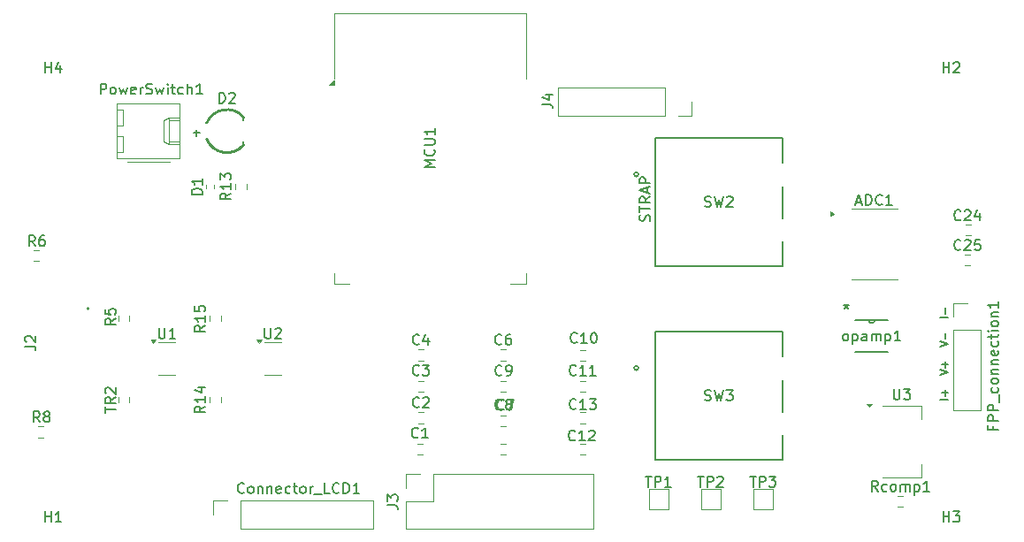
<source format=gbr>
%TF.GenerationSoftware,KiCad,Pcbnew,8.0.4*%
%TF.CreationDate,2024-10-15T03:00:00-05:00*%
%TF.ProjectId,FPP_10_8,4650505f-3130-45f3-982e-6b696361645f,rev?*%
%TF.SameCoordinates,Original*%
%TF.FileFunction,Legend,Top*%
%TF.FilePolarity,Positive*%
%FSLAX46Y46*%
G04 Gerber Fmt 4.6, Leading zero omitted, Abs format (unit mm)*
G04 Created by KiCad (PCBNEW 8.0.4) date 2024-10-15 03:00:00*
%MOMM*%
%LPD*%
G01*
G04 APERTURE LIST*
%ADD10C,0.150000*%
%ADD11C,0.187500*%
%ADD12C,0.200000*%
%ADD13C,0.152400*%
%ADD14C,0.120000*%
%ADD15C,0.220000*%
G04 APERTURE END LIST*
D10*
X165872200Y-80760839D02*
X165919819Y-80617982D01*
X165919819Y-80617982D02*
X165919819Y-80379887D01*
X165919819Y-80379887D02*
X165872200Y-80284649D01*
X165872200Y-80284649D02*
X165824580Y-80237030D01*
X165824580Y-80237030D02*
X165729342Y-80189411D01*
X165729342Y-80189411D02*
X165634104Y-80189411D01*
X165634104Y-80189411D02*
X165538866Y-80237030D01*
X165538866Y-80237030D02*
X165491247Y-80284649D01*
X165491247Y-80284649D02*
X165443628Y-80379887D01*
X165443628Y-80379887D02*
X165396009Y-80570363D01*
X165396009Y-80570363D02*
X165348390Y-80665601D01*
X165348390Y-80665601D02*
X165300771Y-80713220D01*
X165300771Y-80713220D02*
X165205533Y-80760839D01*
X165205533Y-80760839D02*
X165110295Y-80760839D01*
X165110295Y-80760839D02*
X165015057Y-80713220D01*
X165015057Y-80713220D02*
X164967438Y-80665601D01*
X164967438Y-80665601D02*
X164919819Y-80570363D01*
X164919819Y-80570363D02*
X164919819Y-80332268D01*
X164919819Y-80332268D02*
X164967438Y-80189411D01*
X164919819Y-79903696D02*
X164919819Y-79332268D01*
X165919819Y-79617982D02*
X164919819Y-79617982D01*
X165919819Y-78427506D02*
X165443628Y-78760839D01*
X165919819Y-78998934D02*
X164919819Y-78998934D01*
X164919819Y-78998934D02*
X164919819Y-78617982D01*
X164919819Y-78617982D02*
X164967438Y-78522744D01*
X164967438Y-78522744D02*
X165015057Y-78475125D01*
X165015057Y-78475125D02*
X165110295Y-78427506D01*
X165110295Y-78427506D02*
X165253152Y-78427506D01*
X165253152Y-78427506D02*
X165348390Y-78475125D01*
X165348390Y-78475125D02*
X165396009Y-78522744D01*
X165396009Y-78522744D02*
X165443628Y-78617982D01*
X165443628Y-78617982D02*
X165443628Y-78998934D01*
X165634104Y-78046553D02*
X165634104Y-77570363D01*
X165919819Y-78141791D02*
X164919819Y-77808458D01*
X164919819Y-77808458D02*
X165919819Y-77475125D01*
X165919819Y-77141791D02*
X164919819Y-77141791D01*
X164919819Y-77141791D02*
X164919819Y-76760839D01*
X164919819Y-76760839D02*
X164967438Y-76665601D01*
X164967438Y-76665601D02*
X165015057Y-76617982D01*
X165015057Y-76617982D02*
X165110295Y-76570363D01*
X165110295Y-76570363D02*
X165253152Y-76570363D01*
X165253152Y-76570363D02*
X165348390Y-76617982D01*
X165348390Y-76617982D02*
X165396009Y-76665601D01*
X165396009Y-76665601D02*
X165443628Y-76760839D01*
X165443628Y-76760839D02*
X165443628Y-77141791D01*
D11*
X194448464Y-97848073D02*
X193698464Y-97848073D01*
X194162750Y-97490930D02*
X194162750Y-96919502D01*
X194448464Y-97205216D02*
X193877035Y-97205216D01*
X193698464Y-95526644D02*
X194448464Y-95276644D01*
X194448464Y-95276644D02*
X193698464Y-95026644D01*
X194162750Y-94776644D02*
X194162750Y-94205216D01*
X194448464Y-94490930D02*
X193877035Y-94490930D01*
X193698464Y-92812358D02*
X194448464Y-92562358D01*
X194448464Y-92562358D02*
X193698464Y-92312358D01*
X194162750Y-92062358D02*
X194162750Y-91490930D01*
X194448464Y-89990929D02*
X193698464Y-89990929D01*
X194162750Y-89633786D02*
X194162750Y-89062358D01*
D10*
X106087319Y-92753333D02*
X106801604Y-92753333D01*
X106801604Y-92753333D02*
X106944461Y-92800952D01*
X106944461Y-92800952D02*
X107039700Y-92896190D01*
X107039700Y-92896190D02*
X107087319Y-93039047D01*
X107087319Y-93039047D02*
X107087319Y-93134285D01*
X106182557Y-92324761D02*
X106134938Y-92277142D01*
X106134938Y-92277142D02*
X106087319Y-92181904D01*
X106087319Y-92181904D02*
X106087319Y-91943809D01*
X106087319Y-91943809D02*
X106134938Y-91848571D01*
X106134938Y-91848571D02*
X106182557Y-91800952D01*
X106182557Y-91800952D02*
X106277795Y-91753333D01*
X106277795Y-91753333D02*
X106373033Y-91753333D01*
X106373033Y-91753333D02*
X106515890Y-91800952D01*
X106515890Y-91800952D02*
X107087319Y-92372380D01*
X107087319Y-92372380D02*
X107087319Y-91753333D01*
X171160667Y-79357200D02*
X171303524Y-79404819D01*
X171303524Y-79404819D02*
X171541619Y-79404819D01*
X171541619Y-79404819D02*
X171636857Y-79357200D01*
X171636857Y-79357200D02*
X171684476Y-79309580D01*
X171684476Y-79309580D02*
X171732095Y-79214342D01*
X171732095Y-79214342D02*
X171732095Y-79119104D01*
X171732095Y-79119104D02*
X171684476Y-79023866D01*
X171684476Y-79023866D02*
X171636857Y-78976247D01*
X171636857Y-78976247D02*
X171541619Y-78928628D01*
X171541619Y-78928628D02*
X171351143Y-78881009D01*
X171351143Y-78881009D02*
X171255905Y-78833390D01*
X171255905Y-78833390D02*
X171208286Y-78785771D01*
X171208286Y-78785771D02*
X171160667Y-78690533D01*
X171160667Y-78690533D02*
X171160667Y-78595295D01*
X171160667Y-78595295D02*
X171208286Y-78500057D01*
X171208286Y-78500057D02*
X171255905Y-78452438D01*
X171255905Y-78452438D02*
X171351143Y-78404819D01*
X171351143Y-78404819D02*
X171589238Y-78404819D01*
X171589238Y-78404819D02*
X171732095Y-78452438D01*
X172065429Y-78404819D02*
X172303524Y-79404819D01*
X172303524Y-79404819D02*
X172494000Y-78690533D01*
X172494000Y-78690533D02*
X172684476Y-79404819D01*
X172684476Y-79404819D02*
X172922572Y-78404819D01*
X173255905Y-78500057D02*
X173303524Y-78452438D01*
X173303524Y-78452438D02*
X173398762Y-78404819D01*
X173398762Y-78404819D02*
X173636857Y-78404819D01*
X173636857Y-78404819D02*
X173732095Y-78452438D01*
X173732095Y-78452438D02*
X173779714Y-78500057D01*
X173779714Y-78500057D02*
X173827333Y-78595295D01*
X173827333Y-78595295D02*
X173827333Y-78690533D01*
X173827333Y-78690533D02*
X173779714Y-78833390D01*
X173779714Y-78833390D02*
X173208286Y-79404819D01*
X173208286Y-79404819D02*
X173827333Y-79404819D01*
X171160667Y-97907200D02*
X171303524Y-97954819D01*
X171303524Y-97954819D02*
X171541619Y-97954819D01*
X171541619Y-97954819D02*
X171636857Y-97907200D01*
X171636857Y-97907200D02*
X171684476Y-97859580D01*
X171684476Y-97859580D02*
X171732095Y-97764342D01*
X171732095Y-97764342D02*
X171732095Y-97669104D01*
X171732095Y-97669104D02*
X171684476Y-97573866D01*
X171684476Y-97573866D02*
X171636857Y-97526247D01*
X171636857Y-97526247D02*
X171541619Y-97478628D01*
X171541619Y-97478628D02*
X171351143Y-97431009D01*
X171351143Y-97431009D02*
X171255905Y-97383390D01*
X171255905Y-97383390D02*
X171208286Y-97335771D01*
X171208286Y-97335771D02*
X171160667Y-97240533D01*
X171160667Y-97240533D02*
X171160667Y-97145295D01*
X171160667Y-97145295D02*
X171208286Y-97050057D01*
X171208286Y-97050057D02*
X171255905Y-97002438D01*
X171255905Y-97002438D02*
X171351143Y-96954819D01*
X171351143Y-96954819D02*
X171589238Y-96954819D01*
X171589238Y-96954819D02*
X171732095Y-97002438D01*
X172065429Y-96954819D02*
X172303524Y-97954819D01*
X172303524Y-97954819D02*
X172494000Y-97240533D01*
X172494000Y-97240533D02*
X172684476Y-97954819D01*
X172684476Y-97954819D02*
X172922572Y-96954819D01*
X173208286Y-96954819D02*
X173827333Y-96954819D01*
X173827333Y-96954819D02*
X173494000Y-97335771D01*
X173494000Y-97335771D02*
X173636857Y-97335771D01*
X173636857Y-97335771D02*
X173732095Y-97383390D01*
X173732095Y-97383390D02*
X173779714Y-97431009D01*
X173779714Y-97431009D02*
X173827333Y-97526247D01*
X173827333Y-97526247D02*
X173827333Y-97764342D01*
X173827333Y-97764342D02*
X173779714Y-97859580D01*
X173779714Y-97859580D02*
X173732095Y-97907200D01*
X173732095Y-97907200D02*
X173636857Y-97954819D01*
X173636857Y-97954819D02*
X173351143Y-97954819D01*
X173351143Y-97954819D02*
X173255905Y-97907200D01*
X173255905Y-97907200D02*
X173208286Y-97859580D01*
X175488095Y-105206819D02*
X176059523Y-105206819D01*
X175773809Y-106206819D02*
X175773809Y-105206819D01*
X176392857Y-106206819D02*
X176392857Y-105206819D01*
X176392857Y-105206819D02*
X176773809Y-105206819D01*
X176773809Y-105206819D02*
X176869047Y-105254438D01*
X176869047Y-105254438D02*
X176916666Y-105302057D01*
X176916666Y-105302057D02*
X176964285Y-105397295D01*
X176964285Y-105397295D02*
X176964285Y-105540152D01*
X176964285Y-105540152D02*
X176916666Y-105635390D01*
X176916666Y-105635390D02*
X176869047Y-105683009D01*
X176869047Y-105683009D02*
X176773809Y-105730628D01*
X176773809Y-105730628D02*
X176392857Y-105730628D01*
X177297619Y-105206819D02*
X177916666Y-105206819D01*
X177916666Y-105206819D02*
X177583333Y-105587771D01*
X177583333Y-105587771D02*
X177726190Y-105587771D01*
X177726190Y-105587771D02*
X177821428Y-105635390D01*
X177821428Y-105635390D02*
X177869047Y-105683009D01*
X177869047Y-105683009D02*
X177916666Y-105778247D01*
X177916666Y-105778247D02*
X177916666Y-106016342D01*
X177916666Y-106016342D02*
X177869047Y-106111580D01*
X177869047Y-106111580D02*
X177821428Y-106159200D01*
X177821428Y-106159200D02*
X177726190Y-106206819D01*
X177726190Y-106206819D02*
X177440476Y-106206819D01*
X177440476Y-106206819D02*
X177345238Y-106159200D01*
X177345238Y-106159200D02*
X177297619Y-106111580D01*
X170488095Y-105206819D02*
X171059523Y-105206819D01*
X170773809Y-106206819D02*
X170773809Y-105206819D01*
X171392857Y-106206819D02*
X171392857Y-105206819D01*
X171392857Y-105206819D02*
X171773809Y-105206819D01*
X171773809Y-105206819D02*
X171869047Y-105254438D01*
X171869047Y-105254438D02*
X171916666Y-105302057D01*
X171916666Y-105302057D02*
X171964285Y-105397295D01*
X171964285Y-105397295D02*
X171964285Y-105540152D01*
X171964285Y-105540152D02*
X171916666Y-105635390D01*
X171916666Y-105635390D02*
X171869047Y-105683009D01*
X171869047Y-105683009D02*
X171773809Y-105730628D01*
X171773809Y-105730628D02*
X171392857Y-105730628D01*
X172345238Y-105302057D02*
X172392857Y-105254438D01*
X172392857Y-105254438D02*
X172488095Y-105206819D01*
X172488095Y-105206819D02*
X172726190Y-105206819D01*
X172726190Y-105206819D02*
X172821428Y-105254438D01*
X172821428Y-105254438D02*
X172869047Y-105302057D01*
X172869047Y-105302057D02*
X172916666Y-105397295D01*
X172916666Y-105397295D02*
X172916666Y-105492533D01*
X172916666Y-105492533D02*
X172869047Y-105635390D01*
X172869047Y-105635390D02*
X172297619Y-106206819D01*
X172297619Y-106206819D02*
X172916666Y-106206819D01*
X165488095Y-105206819D02*
X166059523Y-105206819D01*
X165773809Y-106206819D02*
X165773809Y-105206819D01*
X166392857Y-106206819D02*
X166392857Y-105206819D01*
X166392857Y-105206819D02*
X166773809Y-105206819D01*
X166773809Y-105206819D02*
X166869047Y-105254438D01*
X166869047Y-105254438D02*
X166916666Y-105302057D01*
X166916666Y-105302057D02*
X166964285Y-105397295D01*
X166964285Y-105397295D02*
X166964285Y-105540152D01*
X166964285Y-105540152D02*
X166916666Y-105635390D01*
X166916666Y-105635390D02*
X166869047Y-105683009D01*
X166869047Y-105683009D02*
X166773809Y-105730628D01*
X166773809Y-105730628D02*
X166392857Y-105730628D01*
X167916666Y-106206819D02*
X167345238Y-106206819D01*
X167630952Y-106206819D02*
X167630952Y-105206819D01*
X167630952Y-105206819D02*
X167535714Y-105349676D01*
X167535714Y-105349676D02*
X167440476Y-105444914D01*
X167440476Y-105444914D02*
X167345238Y-105492533D01*
X107988095Y-66554819D02*
X107988095Y-65554819D01*
X107988095Y-66031009D02*
X108559523Y-66031009D01*
X108559523Y-66554819D02*
X108559523Y-65554819D01*
X109464285Y-65888152D02*
X109464285Y-66554819D01*
X109226190Y-65507200D02*
X108988095Y-66221485D01*
X108988095Y-66221485D02*
X109607142Y-66221485D01*
X193988095Y-109554819D02*
X193988095Y-108554819D01*
X193988095Y-109031009D02*
X194559523Y-109031009D01*
X194559523Y-109554819D02*
X194559523Y-108554819D01*
X194940476Y-108554819D02*
X195559523Y-108554819D01*
X195559523Y-108554819D02*
X195226190Y-108935771D01*
X195226190Y-108935771D02*
X195369047Y-108935771D01*
X195369047Y-108935771D02*
X195464285Y-108983390D01*
X195464285Y-108983390D02*
X195511904Y-109031009D01*
X195511904Y-109031009D02*
X195559523Y-109126247D01*
X195559523Y-109126247D02*
X195559523Y-109364342D01*
X195559523Y-109364342D02*
X195511904Y-109459580D01*
X195511904Y-109459580D02*
X195464285Y-109507200D01*
X195464285Y-109507200D02*
X195369047Y-109554819D01*
X195369047Y-109554819D02*
X195083333Y-109554819D01*
X195083333Y-109554819D02*
X194988095Y-109507200D01*
X194988095Y-109507200D02*
X194940476Y-109459580D01*
X193988095Y-66554819D02*
X193988095Y-65554819D01*
X193988095Y-66031009D02*
X194559523Y-66031009D01*
X194559523Y-66554819D02*
X194559523Y-65554819D01*
X194988095Y-65650057D02*
X195035714Y-65602438D01*
X195035714Y-65602438D02*
X195130952Y-65554819D01*
X195130952Y-65554819D02*
X195369047Y-65554819D01*
X195369047Y-65554819D02*
X195464285Y-65602438D01*
X195464285Y-65602438D02*
X195511904Y-65650057D01*
X195511904Y-65650057D02*
X195559523Y-65745295D01*
X195559523Y-65745295D02*
X195559523Y-65840533D01*
X195559523Y-65840533D02*
X195511904Y-65983390D01*
X195511904Y-65983390D02*
X194940476Y-66554819D01*
X194940476Y-66554819D02*
X195559523Y-66554819D01*
X107988095Y-109554819D02*
X107988095Y-108554819D01*
X107988095Y-109031009D02*
X108559523Y-109031009D01*
X108559523Y-109554819D02*
X108559523Y-108554819D01*
X109559523Y-109554819D02*
X108988095Y-109554819D01*
X109273809Y-109554819D02*
X109273809Y-108554819D01*
X109273809Y-108554819D02*
X109178571Y-108697676D01*
X109178571Y-108697676D02*
X109083333Y-108792914D01*
X109083333Y-108792914D02*
X108988095Y-108840533D01*
X195655142Y-83453582D02*
X195607523Y-83501202D01*
X195607523Y-83501202D02*
X195464666Y-83548821D01*
X195464666Y-83548821D02*
X195369428Y-83548821D01*
X195369428Y-83548821D02*
X195226571Y-83501202D01*
X195226571Y-83501202D02*
X195131333Y-83405963D01*
X195131333Y-83405963D02*
X195083714Y-83310725D01*
X195083714Y-83310725D02*
X195036095Y-83120249D01*
X195036095Y-83120249D02*
X195036095Y-82977392D01*
X195036095Y-82977392D02*
X195083714Y-82786916D01*
X195083714Y-82786916D02*
X195131333Y-82691678D01*
X195131333Y-82691678D02*
X195226571Y-82596440D01*
X195226571Y-82596440D02*
X195369428Y-82548821D01*
X195369428Y-82548821D02*
X195464666Y-82548821D01*
X195464666Y-82548821D02*
X195607523Y-82596440D01*
X195607523Y-82596440D02*
X195655142Y-82644059D01*
X196036095Y-82644059D02*
X196083714Y-82596440D01*
X196083714Y-82596440D02*
X196178952Y-82548821D01*
X196178952Y-82548821D02*
X196417047Y-82548821D01*
X196417047Y-82548821D02*
X196512285Y-82596440D01*
X196512285Y-82596440D02*
X196559904Y-82644059D01*
X196559904Y-82644059D02*
X196607523Y-82739297D01*
X196607523Y-82739297D02*
X196607523Y-82834535D01*
X196607523Y-82834535D02*
X196559904Y-82977392D01*
X196559904Y-82977392D02*
X195988476Y-83548821D01*
X195988476Y-83548821D02*
X196607523Y-83548821D01*
X197512285Y-82548821D02*
X197036095Y-82548821D01*
X197036095Y-82548821D02*
X196988476Y-83025011D01*
X196988476Y-83025011D02*
X197036095Y-82977392D01*
X197036095Y-82977392D02*
X197131333Y-82929773D01*
X197131333Y-82929773D02*
X197369428Y-82929773D01*
X197369428Y-82929773D02*
X197464666Y-82977392D01*
X197464666Y-82977392D02*
X197512285Y-83025011D01*
X197512285Y-83025011D02*
X197559904Y-83120249D01*
X197559904Y-83120249D02*
X197559904Y-83358344D01*
X197559904Y-83358344D02*
X197512285Y-83453582D01*
X197512285Y-83453582D02*
X197464666Y-83501202D01*
X197464666Y-83501202D02*
X197369428Y-83548821D01*
X197369428Y-83548821D02*
X197131333Y-83548821D01*
X197131333Y-83548821D02*
X197036095Y-83501202D01*
X197036095Y-83501202D02*
X196988476Y-83453582D01*
X195655142Y-80603582D02*
X195607523Y-80651202D01*
X195607523Y-80651202D02*
X195464666Y-80698821D01*
X195464666Y-80698821D02*
X195369428Y-80698821D01*
X195369428Y-80698821D02*
X195226571Y-80651202D01*
X195226571Y-80651202D02*
X195131333Y-80555963D01*
X195131333Y-80555963D02*
X195083714Y-80460725D01*
X195083714Y-80460725D02*
X195036095Y-80270249D01*
X195036095Y-80270249D02*
X195036095Y-80127392D01*
X195036095Y-80127392D02*
X195083714Y-79936916D01*
X195083714Y-79936916D02*
X195131333Y-79841678D01*
X195131333Y-79841678D02*
X195226571Y-79746440D01*
X195226571Y-79746440D02*
X195369428Y-79698821D01*
X195369428Y-79698821D02*
X195464666Y-79698821D01*
X195464666Y-79698821D02*
X195607523Y-79746440D01*
X195607523Y-79746440D02*
X195655142Y-79794059D01*
X196036095Y-79794059D02*
X196083714Y-79746440D01*
X196083714Y-79746440D02*
X196178952Y-79698821D01*
X196178952Y-79698821D02*
X196417047Y-79698821D01*
X196417047Y-79698821D02*
X196512285Y-79746440D01*
X196512285Y-79746440D02*
X196559904Y-79794059D01*
X196559904Y-79794059D02*
X196607523Y-79889297D01*
X196607523Y-79889297D02*
X196607523Y-79984535D01*
X196607523Y-79984535D02*
X196559904Y-80127392D01*
X196559904Y-80127392D02*
X195988476Y-80698821D01*
X195988476Y-80698821D02*
X196607523Y-80698821D01*
X197464666Y-80032154D02*
X197464666Y-80698821D01*
X197226571Y-79651202D02*
X196988476Y-80365487D01*
X196988476Y-80365487D02*
X197607523Y-80365487D01*
X155604819Y-69583333D02*
X156319104Y-69583333D01*
X156319104Y-69583333D02*
X156461961Y-69630952D01*
X156461961Y-69630952D02*
X156557200Y-69726190D01*
X156557200Y-69726190D02*
X156604819Y-69869047D01*
X156604819Y-69869047D02*
X156604819Y-69964285D01*
X155938152Y-68678571D02*
X156604819Y-68678571D01*
X155557200Y-68916666D02*
X156271485Y-69154761D01*
X156271485Y-69154761D02*
X156271485Y-68535714D01*
X151904833Y-98760580D02*
X151857214Y-98808200D01*
X151857214Y-98808200D02*
X151714357Y-98855819D01*
X151714357Y-98855819D02*
X151619119Y-98855819D01*
X151619119Y-98855819D02*
X151476262Y-98808200D01*
X151476262Y-98808200D02*
X151381024Y-98712961D01*
X151381024Y-98712961D02*
X151333405Y-98617723D01*
X151333405Y-98617723D02*
X151285786Y-98427247D01*
X151285786Y-98427247D02*
X151285786Y-98284390D01*
X151285786Y-98284390D02*
X151333405Y-98093914D01*
X151333405Y-98093914D02*
X151381024Y-97998676D01*
X151381024Y-97998676D02*
X151476262Y-97903438D01*
X151476262Y-97903438D02*
X151619119Y-97855819D01*
X151619119Y-97855819D02*
X151714357Y-97855819D01*
X151714357Y-97855819D02*
X151857214Y-97903438D01*
X151857214Y-97903438D02*
X151904833Y-97951057D01*
X152238167Y-97855819D02*
X152904833Y-97855819D01*
X152904833Y-97855819D02*
X152476262Y-98855819D01*
X143797833Y-98518580D02*
X143750214Y-98566200D01*
X143750214Y-98566200D02*
X143607357Y-98613819D01*
X143607357Y-98613819D02*
X143512119Y-98613819D01*
X143512119Y-98613819D02*
X143369262Y-98566200D01*
X143369262Y-98566200D02*
X143274024Y-98470961D01*
X143274024Y-98470961D02*
X143226405Y-98375723D01*
X143226405Y-98375723D02*
X143178786Y-98185247D01*
X143178786Y-98185247D02*
X143178786Y-98042390D01*
X143178786Y-98042390D02*
X143226405Y-97851914D01*
X143226405Y-97851914D02*
X143274024Y-97756676D01*
X143274024Y-97756676D02*
X143369262Y-97661438D01*
X143369262Y-97661438D02*
X143512119Y-97613819D01*
X143512119Y-97613819D02*
X143607357Y-97613819D01*
X143607357Y-97613819D02*
X143750214Y-97661438D01*
X143750214Y-97661438D02*
X143797833Y-97709057D01*
X144178786Y-97709057D02*
X144226405Y-97661438D01*
X144226405Y-97661438D02*
X144321643Y-97613819D01*
X144321643Y-97613819D02*
X144559738Y-97613819D01*
X144559738Y-97613819D02*
X144654976Y-97661438D01*
X144654976Y-97661438D02*
X144702595Y-97709057D01*
X144702595Y-97709057D02*
X144750214Y-97804295D01*
X144750214Y-97804295D02*
X144750214Y-97899533D01*
X144750214Y-97899533D02*
X144702595Y-98042390D01*
X144702595Y-98042390D02*
X144131167Y-98613819D01*
X144131167Y-98613819D02*
X144750214Y-98613819D01*
X123314819Y-90755357D02*
X122838628Y-91088690D01*
X123314819Y-91326785D02*
X122314819Y-91326785D01*
X122314819Y-91326785D02*
X122314819Y-90945833D01*
X122314819Y-90945833D02*
X122362438Y-90850595D01*
X122362438Y-90850595D02*
X122410057Y-90802976D01*
X122410057Y-90802976D02*
X122505295Y-90755357D01*
X122505295Y-90755357D02*
X122648152Y-90755357D01*
X122648152Y-90755357D02*
X122743390Y-90802976D01*
X122743390Y-90802976D02*
X122791009Y-90850595D01*
X122791009Y-90850595D02*
X122838628Y-90945833D01*
X122838628Y-90945833D02*
X122838628Y-91326785D01*
X123314819Y-89802976D02*
X123314819Y-90374404D01*
X123314819Y-90088690D02*
X122314819Y-90088690D01*
X122314819Y-90088690D02*
X122457676Y-90183928D01*
X122457676Y-90183928D02*
X122552914Y-90279166D01*
X122552914Y-90279166D02*
X122600533Y-90374404D01*
X122314819Y-88898214D02*
X122314819Y-89374404D01*
X122314819Y-89374404D02*
X122791009Y-89422023D01*
X122791009Y-89422023D02*
X122743390Y-89374404D01*
X122743390Y-89374404D02*
X122695771Y-89279166D01*
X122695771Y-89279166D02*
X122695771Y-89041071D01*
X122695771Y-89041071D02*
X122743390Y-88945833D01*
X122743390Y-88945833D02*
X122791009Y-88898214D01*
X122791009Y-88898214D02*
X122886247Y-88850595D01*
X122886247Y-88850595D02*
X123124342Y-88850595D01*
X123124342Y-88850595D02*
X123219580Y-88898214D01*
X123219580Y-88898214D02*
X123267200Y-88945833D01*
X123267200Y-88945833D02*
X123314819Y-89041071D01*
X123314819Y-89041071D02*
X123314819Y-89279166D01*
X123314819Y-89279166D02*
X123267200Y-89374404D01*
X123267200Y-89374404D02*
X123219580Y-89422023D01*
X118890595Y-91004819D02*
X118890595Y-91814342D01*
X118890595Y-91814342D02*
X118938214Y-91909580D01*
X118938214Y-91909580D02*
X118985833Y-91957200D01*
X118985833Y-91957200D02*
X119081071Y-92004819D01*
X119081071Y-92004819D02*
X119271547Y-92004819D01*
X119271547Y-92004819D02*
X119366785Y-91957200D01*
X119366785Y-91957200D02*
X119414404Y-91909580D01*
X119414404Y-91909580D02*
X119462023Y-91814342D01*
X119462023Y-91814342D02*
X119462023Y-91004819D01*
X120462023Y-92004819D02*
X119890595Y-92004819D01*
X120176309Y-92004819D02*
X120176309Y-91004819D01*
X120176309Y-91004819D02*
X120081071Y-91147676D01*
X120081071Y-91147676D02*
X119985833Y-91242914D01*
X119985833Y-91242914D02*
X119890595Y-91290533D01*
X114744819Y-90116666D02*
X114268628Y-90449999D01*
X114744819Y-90688094D02*
X113744819Y-90688094D01*
X113744819Y-90688094D02*
X113744819Y-90307142D01*
X113744819Y-90307142D02*
X113792438Y-90211904D01*
X113792438Y-90211904D02*
X113840057Y-90164285D01*
X113840057Y-90164285D02*
X113935295Y-90116666D01*
X113935295Y-90116666D02*
X114078152Y-90116666D01*
X114078152Y-90116666D02*
X114173390Y-90164285D01*
X114173390Y-90164285D02*
X114221009Y-90211904D01*
X114221009Y-90211904D02*
X114268628Y-90307142D01*
X114268628Y-90307142D02*
X114268628Y-90688094D01*
X113744819Y-89211904D02*
X113744819Y-89688094D01*
X113744819Y-89688094D02*
X114221009Y-89735713D01*
X114221009Y-89735713D02*
X114173390Y-89688094D01*
X114173390Y-89688094D02*
X114125771Y-89592856D01*
X114125771Y-89592856D02*
X114125771Y-89354761D01*
X114125771Y-89354761D02*
X114173390Y-89259523D01*
X114173390Y-89259523D02*
X114221009Y-89211904D01*
X114221009Y-89211904D02*
X114316247Y-89164285D01*
X114316247Y-89164285D02*
X114554342Y-89164285D01*
X114554342Y-89164285D02*
X114649580Y-89211904D01*
X114649580Y-89211904D02*
X114697200Y-89259523D01*
X114697200Y-89259523D02*
X114744819Y-89354761D01*
X114744819Y-89354761D02*
X114744819Y-89592856D01*
X114744819Y-89592856D02*
X114697200Y-89688094D01*
X114697200Y-89688094D02*
X114649580Y-89735713D01*
X151699333Y-92518580D02*
X151651714Y-92566200D01*
X151651714Y-92566200D02*
X151508857Y-92613819D01*
X151508857Y-92613819D02*
X151413619Y-92613819D01*
X151413619Y-92613819D02*
X151270762Y-92566200D01*
X151270762Y-92566200D02*
X151175524Y-92470961D01*
X151175524Y-92470961D02*
X151127905Y-92375723D01*
X151127905Y-92375723D02*
X151080286Y-92185247D01*
X151080286Y-92185247D02*
X151080286Y-92042390D01*
X151080286Y-92042390D02*
X151127905Y-91851914D01*
X151127905Y-91851914D02*
X151175524Y-91756676D01*
X151175524Y-91756676D02*
X151270762Y-91661438D01*
X151270762Y-91661438D02*
X151413619Y-91613819D01*
X151413619Y-91613819D02*
X151508857Y-91613819D01*
X151508857Y-91613819D02*
X151651714Y-91661438D01*
X151651714Y-91661438D02*
X151699333Y-91709057D01*
X152556476Y-91613819D02*
X152366000Y-91613819D01*
X152366000Y-91613819D02*
X152270762Y-91661438D01*
X152270762Y-91661438D02*
X152223143Y-91709057D01*
X152223143Y-91709057D02*
X152127905Y-91851914D01*
X152127905Y-91851914D02*
X152080286Y-92042390D01*
X152080286Y-92042390D02*
X152080286Y-92423342D01*
X152080286Y-92423342D02*
X152127905Y-92518580D01*
X152127905Y-92518580D02*
X152175524Y-92566200D01*
X152175524Y-92566200D02*
X152270762Y-92613819D01*
X152270762Y-92613819D02*
X152461238Y-92613819D01*
X152461238Y-92613819D02*
X152556476Y-92566200D01*
X152556476Y-92566200D02*
X152604095Y-92518580D01*
X152604095Y-92518580D02*
X152651714Y-92423342D01*
X152651714Y-92423342D02*
X152651714Y-92185247D01*
X152651714Y-92185247D02*
X152604095Y-92090009D01*
X152604095Y-92090009D02*
X152556476Y-92042390D01*
X152556476Y-92042390D02*
X152461238Y-91994771D01*
X152461238Y-91994771D02*
X152270762Y-91994771D01*
X152270762Y-91994771D02*
X152175524Y-92042390D01*
X152175524Y-92042390D02*
X152127905Y-92090009D01*
X152127905Y-92090009D02*
X152080286Y-92185247D01*
X158922142Y-92352580D02*
X158874523Y-92400200D01*
X158874523Y-92400200D02*
X158731666Y-92447819D01*
X158731666Y-92447819D02*
X158636428Y-92447819D01*
X158636428Y-92447819D02*
X158493571Y-92400200D01*
X158493571Y-92400200D02*
X158398333Y-92304961D01*
X158398333Y-92304961D02*
X158350714Y-92209723D01*
X158350714Y-92209723D02*
X158303095Y-92019247D01*
X158303095Y-92019247D02*
X158303095Y-91876390D01*
X158303095Y-91876390D02*
X158350714Y-91685914D01*
X158350714Y-91685914D02*
X158398333Y-91590676D01*
X158398333Y-91590676D02*
X158493571Y-91495438D01*
X158493571Y-91495438D02*
X158636428Y-91447819D01*
X158636428Y-91447819D02*
X158731666Y-91447819D01*
X158731666Y-91447819D02*
X158874523Y-91495438D01*
X158874523Y-91495438D02*
X158922142Y-91543057D01*
X159874523Y-92447819D02*
X159303095Y-92447819D01*
X159588809Y-92447819D02*
X159588809Y-91447819D01*
X159588809Y-91447819D02*
X159493571Y-91590676D01*
X159493571Y-91590676D02*
X159398333Y-91685914D01*
X159398333Y-91685914D02*
X159303095Y-91733533D01*
X160493571Y-91447819D02*
X160588809Y-91447819D01*
X160588809Y-91447819D02*
X160684047Y-91495438D01*
X160684047Y-91495438D02*
X160731666Y-91543057D01*
X160731666Y-91543057D02*
X160779285Y-91638295D01*
X160779285Y-91638295D02*
X160826904Y-91828771D01*
X160826904Y-91828771D02*
X160826904Y-92066866D01*
X160826904Y-92066866D02*
X160779285Y-92257342D01*
X160779285Y-92257342D02*
X160731666Y-92352580D01*
X160731666Y-92352580D02*
X160684047Y-92400200D01*
X160684047Y-92400200D02*
X160588809Y-92447819D01*
X160588809Y-92447819D02*
X160493571Y-92447819D01*
X160493571Y-92447819D02*
X160398333Y-92400200D01*
X160398333Y-92400200D02*
X160350714Y-92352580D01*
X160350714Y-92352580D02*
X160303095Y-92257342D01*
X160303095Y-92257342D02*
X160255476Y-92066866D01*
X160255476Y-92066866D02*
X160255476Y-91828771D01*
X160255476Y-91828771D02*
X160303095Y-91638295D01*
X160303095Y-91638295D02*
X160350714Y-91543057D01*
X160350714Y-91543057D02*
X160398333Y-91495438D01*
X160398333Y-91495438D02*
X160493571Y-91447819D01*
X185665714Y-78947106D02*
X186141904Y-78947106D01*
X185570476Y-79232821D02*
X185903809Y-78232821D01*
X185903809Y-78232821D02*
X186237142Y-79232821D01*
X186570476Y-79232821D02*
X186570476Y-78232821D01*
X186570476Y-78232821D02*
X186808571Y-78232821D01*
X186808571Y-78232821D02*
X186951428Y-78280440D01*
X186951428Y-78280440D02*
X187046666Y-78375678D01*
X187046666Y-78375678D02*
X187094285Y-78470916D01*
X187094285Y-78470916D02*
X187141904Y-78661392D01*
X187141904Y-78661392D02*
X187141904Y-78804249D01*
X187141904Y-78804249D02*
X187094285Y-78994725D01*
X187094285Y-78994725D02*
X187046666Y-79089963D01*
X187046666Y-79089963D02*
X186951428Y-79185202D01*
X186951428Y-79185202D02*
X186808571Y-79232821D01*
X186808571Y-79232821D02*
X186570476Y-79232821D01*
X188141904Y-79137582D02*
X188094285Y-79185202D01*
X188094285Y-79185202D02*
X187951428Y-79232821D01*
X187951428Y-79232821D02*
X187856190Y-79232821D01*
X187856190Y-79232821D02*
X187713333Y-79185202D01*
X187713333Y-79185202D02*
X187618095Y-79089963D01*
X187618095Y-79089963D02*
X187570476Y-78994725D01*
X187570476Y-78994725D02*
X187522857Y-78804249D01*
X187522857Y-78804249D02*
X187522857Y-78661392D01*
X187522857Y-78661392D02*
X187570476Y-78470916D01*
X187570476Y-78470916D02*
X187618095Y-78375678D01*
X187618095Y-78375678D02*
X187713333Y-78280440D01*
X187713333Y-78280440D02*
X187856190Y-78232821D01*
X187856190Y-78232821D02*
X187951428Y-78232821D01*
X187951428Y-78232821D02*
X188094285Y-78280440D01*
X188094285Y-78280440D02*
X188141904Y-78328059D01*
X189094285Y-79232821D02*
X188522857Y-79232821D01*
X188808571Y-79232821D02*
X188808571Y-78232821D01*
X188808571Y-78232821D02*
X188713333Y-78375678D01*
X188713333Y-78375678D02*
X188618095Y-78470916D01*
X188618095Y-78470916D02*
X188522857Y-78518535D01*
X123030819Y-78201594D02*
X122030819Y-78201594D01*
X122030819Y-78201594D02*
X122030819Y-77963499D01*
X122030819Y-77963499D02*
X122078438Y-77820642D01*
X122078438Y-77820642D02*
X122173676Y-77725404D01*
X122173676Y-77725404D02*
X122268914Y-77677785D01*
X122268914Y-77677785D02*
X122459390Y-77630166D01*
X122459390Y-77630166D02*
X122602247Y-77630166D01*
X122602247Y-77630166D02*
X122792723Y-77677785D01*
X122792723Y-77677785D02*
X122887961Y-77725404D01*
X122887961Y-77725404D02*
X122983200Y-77820642D01*
X122983200Y-77820642D02*
X123030819Y-77963499D01*
X123030819Y-77963499D02*
X123030819Y-78201594D01*
X123030819Y-76677785D02*
X123030819Y-77249213D01*
X123030819Y-76963499D02*
X122030819Y-76963499D01*
X122030819Y-76963499D02*
X122173676Y-77058737D01*
X122173676Y-77058737D02*
X122268914Y-77153975D01*
X122268914Y-77153975D02*
X122316533Y-77249213D01*
X125770819Y-78096357D02*
X125294628Y-78429690D01*
X125770819Y-78667785D02*
X124770819Y-78667785D01*
X124770819Y-78667785D02*
X124770819Y-78286833D01*
X124770819Y-78286833D02*
X124818438Y-78191595D01*
X124818438Y-78191595D02*
X124866057Y-78143976D01*
X124866057Y-78143976D02*
X124961295Y-78096357D01*
X124961295Y-78096357D02*
X125104152Y-78096357D01*
X125104152Y-78096357D02*
X125199390Y-78143976D01*
X125199390Y-78143976D02*
X125247009Y-78191595D01*
X125247009Y-78191595D02*
X125294628Y-78286833D01*
X125294628Y-78286833D02*
X125294628Y-78667785D01*
X125770819Y-77143976D02*
X125770819Y-77715404D01*
X125770819Y-77429690D02*
X124770819Y-77429690D01*
X124770819Y-77429690D02*
X124913676Y-77524928D01*
X124913676Y-77524928D02*
X125008914Y-77620166D01*
X125008914Y-77620166D02*
X125056533Y-77715404D01*
X124770819Y-76810642D02*
X124770819Y-76191595D01*
X124770819Y-76191595D02*
X125151771Y-76524928D01*
X125151771Y-76524928D02*
X125151771Y-76382071D01*
X125151771Y-76382071D02*
X125199390Y-76286833D01*
X125199390Y-76286833D02*
X125247009Y-76239214D01*
X125247009Y-76239214D02*
X125342247Y-76191595D01*
X125342247Y-76191595D02*
X125580342Y-76191595D01*
X125580342Y-76191595D02*
X125675580Y-76239214D01*
X125675580Y-76239214D02*
X125723200Y-76286833D01*
X125723200Y-76286833D02*
X125770819Y-76382071D01*
X125770819Y-76382071D02*
X125770819Y-76667785D01*
X125770819Y-76667785D02*
X125723200Y-76763023D01*
X125723200Y-76763023D02*
X125675580Y-76810642D01*
X113744819Y-99124404D02*
X113744819Y-98552976D01*
X114744819Y-98838690D02*
X113744819Y-98838690D01*
X114744819Y-97648214D02*
X114268628Y-97981547D01*
X114744819Y-98219642D02*
X113744819Y-98219642D01*
X113744819Y-98219642D02*
X113744819Y-97838690D01*
X113744819Y-97838690D02*
X113792438Y-97743452D01*
X113792438Y-97743452D02*
X113840057Y-97695833D01*
X113840057Y-97695833D02*
X113935295Y-97648214D01*
X113935295Y-97648214D02*
X114078152Y-97648214D01*
X114078152Y-97648214D02*
X114173390Y-97695833D01*
X114173390Y-97695833D02*
X114221009Y-97743452D01*
X114221009Y-97743452D02*
X114268628Y-97838690D01*
X114268628Y-97838690D02*
X114268628Y-98219642D01*
X113840057Y-97267261D02*
X113792438Y-97219642D01*
X113792438Y-97219642D02*
X113744819Y-97124404D01*
X113744819Y-97124404D02*
X113744819Y-96886309D01*
X113744819Y-96886309D02*
X113792438Y-96791071D01*
X113792438Y-96791071D02*
X113840057Y-96743452D01*
X113840057Y-96743452D02*
X113935295Y-96695833D01*
X113935295Y-96695833D02*
X114030533Y-96695833D01*
X114030533Y-96695833D02*
X114173390Y-96743452D01*
X114173390Y-96743452D02*
X114744819Y-97314880D01*
X114744819Y-97314880D02*
X114744819Y-96695833D01*
X184556871Y-92229820D02*
X184461633Y-92182201D01*
X184461633Y-92182201D02*
X184414014Y-92134581D01*
X184414014Y-92134581D02*
X184366395Y-92039343D01*
X184366395Y-92039343D02*
X184366395Y-91753629D01*
X184366395Y-91753629D02*
X184414014Y-91658391D01*
X184414014Y-91658391D02*
X184461633Y-91610772D01*
X184461633Y-91610772D02*
X184556871Y-91563153D01*
X184556871Y-91563153D02*
X184699728Y-91563153D01*
X184699728Y-91563153D02*
X184794966Y-91610772D01*
X184794966Y-91610772D02*
X184842585Y-91658391D01*
X184842585Y-91658391D02*
X184890204Y-91753629D01*
X184890204Y-91753629D02*
X184890204Y-92039343D01*
X184890204Y-92039343D02*
X184842585Y-92134581D01*
X184842585Y-92134581D02*
X184794966Y-92182201D01*
X184794966Y-92182201D02*
X184699728Y-92229820D01*
X184699728Y-92229820D02*
X184556871Y-92229820D01*
X185318776Y-91563153D02*
X185318776Y-92563153D01*
X185318776Y-91610772D02*
X185414014Y-91563153D01*
X185414014Y-91563153D02*
X185604490Y-91563153D01*
X185604490Y-91563153D02*
X185699728Y-91610772D01*
X185699728Y-91610772D02*
X185747347Y-91658391D01*
X185747347Y-91658391D02*
X185794966Y-91753629D01*
X185794966Y-91753629D02*
X185794966Y-92039343D01*
X185794966Y-92039343D02*
X185747347Y-92134581D01*
X185747347Y-92134581D02*
X185699728Y-92182201D01*
X185699728Y-92182201D02*
X185604490Y-92229820D01*
X185604490Y-92229820D02*
X185414014Y-92229820D01*
X185414014Y-92229820D02*
X185318776Y-92182201D01*
X186652109Y-92229820D02*
X186652109Y-91706010D01*
X186652109Y-91706010D02*
X186604490Y-91610772D01*
X186604490Y-91610772D02*
X186509252Y-91563153D01*
X186509252Y-91563153D02*
X186318776Y-91563153D01*
X186318776Y-91563153D02*
X186223538Y-91610772D01*
X186652109Y-92182201D02*
X186556871Y-92229820D01*
X186556871Y-92229820D02*
X186318776Y-92229820D01*
X186318776Y-92229820D02*
X186223538Y-92182201D01*
X186223538Y-92182201D02*
X186175919Y-92086962D01*
X186175919Y-92086962D02*
X186175919Y-91991724D01*
X186175919Y-91991724D02*
X186223538Y-91896486D01*
X186223538Y-91896486D02*
X186318776Y-91848867D01*
X186318776Y-91848867D02*
X186556871Y-91848867D01*
X186556871Y-91848867D02*
X186652109Y-91801248D01*
X187128300Y-92229820D02*
X187128300Y-91563153D01*
X187128300Y-91658391D02*
X187175919Y-91610772D01*
X187175919Y-91610772D02*
X187271157Y-91563153D01*
X187271157Y-91563153D02*
X187414014Y-91563153D01*
X187414014Y-91563153D02*
X187509252Y-91610772D01*
X187509252Y-91610772D02*
X187556871Y-91706010D01*
X187556871Y-91706010D02*
X187556871Y-92229820D01*
X187556871Y-91706010D02*
X187604490Y-91610772D01*
X187604490Y-91610772D02*
X187699728Y-91563153D01*
X187699728Y-91563153D02*
X187842585Y-91563153D01*
X187842585Y-91563153D02*
X187937824Y-91610772D01*
X187937824Y-91610772D02*
X187985443Y-91706010D01*
X187985443Y-91706010D02*
X187985443Y-92229820D01*
X188461633Y-91563153D02*
X188461633Y-92563153D01*
X188461633Y-91610772D02*
X188556871Y-91563153D01*
X188556871Y-91563153D02*
X188747347Y-91563153D01*
X188747347Y-91563153D02*
X188842585Y-91610772D01*
X188842585Y-91610772D02*
X188890204Y-91658391D01*
X188890204Y-91658391D02*
X188937823Y-91753629D01*
X188937823Y-91753629D02*
X188937823Y-92039343D01*
X188937823Y-92039343D02*
X188890204Y-92134581D01*
X188890204Y-92134581D02*
X188842585Y-92182201D01*
X188842585Y-92182201D02*
X188747347Y-92229820D01*
X188747347Y-92229820D02*
X188556871Y-92229820D01*
X188556871Y-92229820D02*
X188461633Y-92182201D01*
X189890204Y-92229820D02*
X189318776Y-92229820D01*
X189604490Y-92229820D02*
X189604490Y-91229820D01*
X189604490Y-91229820D02*
X189509252Y-91372677D01*
X189509252Y-91372677D02*
X189414014Y-91467915D01*
X189414014Y-91467915D02*
X189318776Y-91515534D01*
X184702600Y-88680020D02*
X184702600Y-88918115D01*
X184464505Y-88822877D02*
X184702600Y-88918115D01*
X184702600Y-88918115D02*
X184940695Y-88822877D01*
X184559743Y-89108591D02*
X184702600Y-88918115D01*
X184702600Y-88918115D02*
X184845457Y-89108591D01*
X184702600Y-88680020D02*
X184702600Y-88918115D01*
X184464505Y-88822877D02*
X184702600Y-88918115D01*
X184702600Y-88918115D02*
X184940695Y-88822877D01*
X184559743Y-89108591D02*
X184702600Y-88918115D01*
X184702600Y-88918115D02*
X184845457Y-89108591D01*
X158734142Y-101698580D02*
X158686523Y-101746200D01*
X158686523Y-101746200D02*
X158543666Y-101793819D01*
X158543666Y-101793819D02*
X158448428Y-101793819D01*
X158448428Y-101793819D02*
X158305571Y-101746200D01*
X158305571Y-101746200D02*
X158210333Y-101650961D01*
X158210333Y-101650961D02*
X158162714Y-101555723D01*
X158162714Y-101555723D02*
X158115095Y-101365247D01*
X158115095Y-101365247D02*
X158115095Y-101222390D01*
X158115095Y-101222390D02*
X158162714Y-101031914D01*
X158162714Y-101031914D02*
X158210333Y-100936676D01*
X158210333Y-100936676D02*
X158305571Y-100841438D01*
X158305571Y-100841438D02*
X158448428Y-100793819D01*
X158448428Y-100793819D02*
X158543666Y-100793819D01*
X158543666Y-100793819D02*
X158686523Y-100841438D01*
X158686523Y-100841438D02*
X158734142Y-100889057D01*
X159686523Y-101793819D02*
X159115095Y-101793819D01*
X159400809Y-101793819D02*
X159400809Y-100793819D01*
X159400809Y-100793819D02*
X159305571Y-100936676D01*
X159305571Y-100936676D02*
X159210333Y-101031914D01*
X159210333Y-101031914D02*
X159115095Y-101079533D01*
X160067476Y-100889057D02*
X160115095Y-100841438D01*
X160115095Y-100841438D02*
X160210333Y-100793819D01*
X160210333Y-100793819D02*
X160448428Y-100793819D01*
X160448428Y-100793819D02*
X160543666Y-100841438D01*
X160543666Y-100841438D02*
X160591285Y-100889057D01*
X160591285Y-100889057D02*
X160638904Y-100984295D01*
X160638904Y-100984295D02*
X160638904Y-101079533D01*
X160638904Y-101079533D02*
X160591285Y-101222390D01*
X160591285Y-101222390D02*
X160019857Y-101793819D01*
X160019857Y-101793819D02*
X160638904Y-101793819D01*
X143710333Y-101448580D02*
X143662714Y-101496200D01*
X143662714Y-101496200D02*
X143519857Y-101543819D01*
X143519857Y-101543819D02*
X143424619Y-101543819D01*
X143424619Y-101543819D02*
X143281762Y-101496200D01*
X143281762Y-101496200D02*
X143186524Y-101400961D01*
X143186524Y-101400961D02*
X143138905Y-101305723D01*
X143138905Y-101305723D02*
X143091286Y-101115247D01*
X143091286Y-101115247D02*
X143091286Y-100972390D01*
X143091286Y-100972390D02*
X143138905Y-100781914D01*
X143138905Y-100781914D02*
X143186524Y-100686676D01*
X143186524Y-100686676D02*
X143281762Y-100591438D01*
X143281762Y-100591438D02*
X143424619Y-100543819D01*
X143424619Y-100543819D02*
X143519857Y-100543819D01*
X143519857Y-100543819D02*
X143662714Y-100591438D01*
X143662714Y-100591438D02*
X143710333Y-100639057D01*
X144662714Y-101543819D02*
X144091286Y-101543819D01*
X144377000Y-101543819D02*
X144377000Y-100543819D01*
X144377000Y-100543819D02*
X144281762Y-100686676D01*
X144281762Y-100686676D02*
X144186524Y-100781914D01*
X144186524Y-100781914D02*
X144091286Y-100829533D01*
X143797833Y-95448580D02*
X143750214Y-95496200D01*
X143750214Y-95496200D02*
X143607357Y-95543819D01*
X143607357Y-95543819D02*
X143512119Y-95543819D01*
X143512119Y-95543819D02*
X143369262Y-95496200D01*
X143369262Y-95496200D02*
X143274024Y-95400961D01*
X143274024Y-95400961D02*
X143226405Y-95305723D01*
X143226405Y-95305723D02*
X143178786Y-95115247D01*
X143178786Y-95115247D02*
X143178786Y-94972390D01*
X143178786Y-94972390D02*
X143226405Y-94781914D01*
X143226405Y-94781914D02*
X143274024Y-94686676D01*
X143274024Y-94686676D02*
X143369262Y-94591438D01*
X143369262Y-94591438D02*
X143512119Y-94543819D01*
X143512119Y-94543819D02*
X143607357Y-94543819D01*
X143607357Y-94543819D02*
X143750214Y-94591438D01*
X143750214Y-94591438D02*
X143797833Y-94639057D01*
X144131167Y-94543819D02*
X144750214Y-94543819D01*
X144750214Y-94543819D02*
X144416881Y-94924771D01*
X144416881Y-94924771D02*
X144559738Y-94924771D01*
X144559738Y-94924771D02*
X144654976Y-94972390D01*
X144654976Y-94972390D02*
X144702595Y-95020009D01*
X144702595Y-95020009D02*
X144750214Y-95115247D01*
X144750214Y-95115247D02*
X144750214Y-95353342D01*
X144750214Y-95353342D02*
X144702595Y-95448580D01*
X144702595Y-95448580D02*
X144654976Y-95496200D01*
X144654976Y-95496200D02*
X144559738Y-95543819D01*
X144559738Y-95543819D02*
X144274024Y-95543819D01*
X144274024Y-95543819D02*
X144178786Y-95496200D01*
X144178786Y-95496200D02*
X144131167Y-95448580D01*
X158821642Y-98698580D02*
X158774023Y-98746200D01*
X158774023Y-98746200D02*
X158631166Y-98793819D01*
X158631166Y-98793819D02*
X158535928Y-98793819D01*
X158535928Y-98793819D02*
X158393071Y-98746200D01*
X158393071Y-98746200D02*
X158297833Y-98650961D01*
X158297833Y-98650961D02*
X158250214Y-98555723D01*
X158250214Y-98555723D02*
X158202595Y-98365247D01*
X158202595Y-98365247D02*
X158202595Y-98222390D01*
X158202595Y-98222390D02*
X158250214Y-98031914D01*
X158250214Y-98031914D02*
X158297833Y-97936676D01*
X158297833Y-97936676D02*
X158393071Y-97841438D01*
X158393071Y-97841438D02*
X158535928Y-97793819D01*
X158535928Y-97793819D02*
X158631166Y-97793819D01*
X158631166Y-97793819D02*
X158774023Y-97841438D01*
X158774023Y-97841438D02*
X158821642Y-97889057D01*
X159774023Y-98793819D02*
X159202595Y-98793819D01*
X159488309Y-98793819D02*
X159488309Y-97793819D01*
X159488309Y-97793819D02*
X159393071Y-97936676D01*
X159393071Y-97936676D02*
X159297833Y-98031914D01*
X159297833Y-98031914D02*
X159202595Y-98079533D01*
X160107357Y-97793819D02*
X160726404Y-97793819D01*
X160726404Y-97793819D02*
X160393071Y-98174771D01*
X160393071Y-98174771D02*
X160535928Y-98174771D01*
X160535928Y-98174771D02*
X160631166Y-98222390D01*
X160631166Y-98222390D02*
X160678785Y-98270009D01*
X160678785Y-98270009D02*
X160726404Y-98365247D01*
X160726404Y-98365247D02*
X160726404Y-98603342D01*
X160726404Y-98603342D02*
X160678785Y-98698580D01*
X160678785Y-98698580D02*
X160631166Y-98746200D01*
X160631166Y-98746200D02*
X160535928Y-98793819D01*
X160535928Y-98793819D02*
X160250214Y-98793819D01*
X160250214Y-98793819D02*
X160154976Y-98746200D01*
X160154976Y-98746200D02*
X160107357Y-98698580D01*
X143797833Y-92518580D02*
X143750214Y-92566200D01*
X143750214Y-92566200D02*
X143607357Y-92613819D01*
X143607357Y-92613819D02*
X143512119Y-92613819D01*
X143512119Y-92613819D02*
X143369262Y-92566200D01*
X143369262Y-92566200D02*
X143274024Y-92470961D01*
X143274024Y-92470961D02*
X143226405Y-92375723D01*
X143226405Y-92375723D02*
X143178786Y-92185247D01*
X143178786Y-92185247D02*
X143178786Y-92042390D01*
X143178786Y-92042390D02*
X143226405Y-91851914D01*
X143226405Y-91851914D02*
X143274024Y-91756676D01*
X143274024Y-91756676D02*
X143369262Y-91661438D01*
X143369262Y-91661438D02*
X143512119Y-91613819D01*
X143512119Y-91613819D02*
X143607357Y-91613819D01*
X143607357Y-91613819D02*
X143750214Y-91661438D01*
X143750214Y-91661438D02*
X143797833Y-91709057D01*
X144654976Y-91947152D02*
X144654976Y-92613819D01*
X144416881Y-91566200D02*
X144178786Y-92280485D01*
X144178786Y-92280485D02*
X144797833Y-92280485D01*
X187714333Y-106637821D02*
X187381000Y-106161630D01*
X187142905Y-106637821D02*
X187142905Y-105637821D01*
X187142905Y-105637821D02*
X187523857Y-105637821D01*
X187523857Y-105637821D02*
X187619095Y-105685440D01*
X187619095Y-105685440D02*
X187666714Y-105733059D01*
X187666714Y-105733059D02*
X187714333Y-105828297D01*
X187714333Y-105828297D02*
X187714333Y-105971154D01*
X187714333Y-105971154D02*
X187666714Y-106066392D01*
X187666714Y-106066392D02*
X187619095Y-106114011D01*
X187619095Y-106114011D02*
X187523857Y-106161630D01*
X187523857Y-106161630D02*
X187142905Y-106161630D01*
X188571476Y-106590202D02*
X188476238Y-106637821D01*
X188476238Y-106637821D02*
X188285762Y-106637821D01*
X188285762Y-106637821D02*
X188190524Y-106590202D01*
X188190524Y-106590202D02*
X188142905Y-106542582D01*
X188142905Y-106542582D02*
X188095286Y-106447344D01*
X188095286Y-106447344D02*
X188095286Y-106161630D01*
X188095286Y-106161630D02*
X188142905Y-106066392D01*
X188142905Y-106066392D02*
X188190524Y-106018773D01*
X188190524Y-106018773D02*
X188285762Y-105971154D01*
X188285762Y-105971154D02*
X188476238Y-105971154D01*
X188476238Y-105971154D02*
X188571476Y-106018773D01*
X189142905Y-106637821D02*
X189047667Y-106590202D01*
X189047667Y-106590202D02*
X189000048Y-106542582D01*
X189000048Y-106542582D02*
X188952429Y-106447344D01*
X188952429Y-106447344D02*
X188952429Y-106161630D01*
X188952429Y-106161630D02*
X189000048Y-106066392D01*
X189000048Y-106066392D02*
X189047667Y-106018773D01*
X189047667Y-106018773D02*
X189142905Y-105971154D01*
X189142905Y-105971154D02*
X189285762Y-105971154D01*
X189285762Y-105971154D02*
X189381000Y-106018773D01*
X189381000Y-106018773D02*
X189428619Y-106066392D01*
X189428619Y-106066392D02*
X189476238Y-106161630D01*
X189476238Y-106161630D02*
X189476238Y-106447344D01*
X189476238Y-106447344D02*
X189428619Y-106542582D01*
X189428619Y-106542582D02*
X189381000Y-106590202D01*
X189381000Y-106590202D02*
X189285762Y-106637821D01*
X189285762Y-106637821D02*
X189142905Y-106637821D01*
X189904810Y-106637821D02*
X189904810Y-105971154D01*
X189904810Y-106066392D02*
X189952429Y-106018773D01*
X189952429Y-106018773D02*
X190047667Y-105971154D01*
X190047667Y-105971154D02*
X190190524Y-105971154D01*
X190190524Y-105971154D02*
X190285762Y-106018773D01*
X190285762Y-106018773D02*
X190333381Y-106114011D01*
X190333381Y-106114011D02*
X190333381Y-106637821D01*
X190333381Y-106114011D02*
X190381000Y-106018773D01*
X190381000Y-106018773D02*
X190476238Y-105971154D01*
X190476238Y-105971154D02*
X190619095Y-105971154D01*
X190619095Y-105971154D02*
X190714334Y-106018773D01*
X190714334Y-106018773D02*
X190761953Y-106114011D01*
X190761953Y-106114011D02*
X190761953Y-106637821D01*
X191238143Y-105971154D02*
X191238143Y-106971154D01*
X191238143Y-106018773D02*
X191333381Y-105971154D01*
X191333381Y-105971154D02*
X191523857Y-105971154D01*
X191523857Y-105971154D02*
X191619095Y-106018773D01*
X191619095Y-106018773D02*
X191666714Y-106066392D01*
X191666714Y-106066392D02*
X191714333Y-106161630D01*
X191714333Y-106161630D02*
X191714333Y-106447344D01*
X191714333Y-106447344D02*
X191666714Y-106542582D01*
X191666714Y-106542582D02*
X191619095Y-106590202D01*
X191619095Y-106590202D02*
X191523857Y-106637821D01*
X191523857Y-106637821D02*
X191333381Y-106637821D01*
X191333381Y-106637821D02*
X191238143Y-106590202D01*
X192666714Y-106637821D02*
X192095286Y-106637821D01*
X192381000Y-106637821D02*
X192381000Y-105637821D01*
X192381000Y-105637821D02*
X192285762Y-105780678D01*
X192285762Y-105780678D02*
X192190524Y-105875916D01*
X192190524Y-105875916D02*
X192095286Y-105923535D01*
X158821642Y-95448580D02*
X158774023Y-95496200D01*
X158774023Y-95496200D02*
X158631166Y-95543819D01*
X158631166Y-95543819D02*
X158535928Y-95543819D01*
X158535928Y-95543819D02*
X158393071Y-95496200D01*
X158393071Y-95496200D02*
X158297833Y-95400961D01*
X158297833Y-95400961D02*
X158250214Y-95305723D01*
X158250214Y-95305723D02*
X158202595Y-95115247D01*
X158202595Y-95115247D02*
X158202595Y-94972390D01*
X158202595Y-94972390D02*
X158250214Y-94781914D01*
X158250214Y-94781914D02*
X158297833Y-94686676D01*
X158297833Y-94686676D02*
X158393071Y-94591438D01*
X158393071Y-94591438D02*
X158535928Y-94543819D01*
X158535928Y-94543819D02*
X158631166Y-94543819D01*
X158631166Y-94543819D02*
X158774023Y-94591438D01*
X158774023Y-94591438D02*
X158821642Y-94639057D01*
X159774023Y-95543819D02*
X159202595Y-95543819D01*
X159488309Y-95543819D02*
X159488309Y-94543819D01*
X159488309Y-94543819D02*
X159393071Y-94686676D01*
X159393071Y-94686676D02*
X159297833Y-94781914D01*
X159297833Y-94781914D02*
X159202595Y-94829533D01*
X160726404Y-95543819D02*
X160154976Y-95543819D01*
X160440690Y-95543819D02*
X160440690Y-94543819D01*
X160440690Y-94543819D02*
X160345452Y-94686676D01*
X160345452Y-94686676D02*
X160250214Y-94781914D01*
X160250214Y-94781914D02*
X160154976Y-94829533D01*
X151720833Y-98729580D02*
X151673214Y-98777200D01*
X151673214Y-98777200D02*
X151530357Y-98824819D01*
X151530357Y-98824819D02*
X151435119Y-98824819D01*
X151435119Y-98824819D02*
X151292262Y-98777200D01*
X151292262Y-98777200D02*
X151197024Y-98681961D01*
X151197024Y-98681961D02*
X151149405Y-98586723D01*
X151149405Y-98586723D02*
X151101786Y-98396247D01*
X151101786Y-98396247D02*
X151101786Y-98253390D01*
X151101786Y-98253390D02*
X151149405Y-98062914D01*
X151149405Y-98062914D02*
X151197024Y-97967676D01*
X151197024Y-97967676D02*
X151292262Y-97872438D01*
X151292262Y-97872438D02*
X151435119Y-97824819D01*
X151435119Y-97824819D02*
X151530357Y-97824819D01*
X151530357Y-97824819D02*
X151673214Y-97872438D01*
X151673214Y-97872438D02*
X151720833Y-97920057D01*
X152292262Y-98253390D02*
X152197024Y-98205771D01*
X152197024Y-98205771D02*
X152149405Y-98158152D01*
X152149405Y-98158152D02*
X152101786Y-98062914D01*
X152101786Y-98062914D02*
X152101786Y-98015295D01*
X152101786Y-98015295D02*
X152149405Y-97920057D01*
X152149405Y-97920057D02*
X152197024Y-97872438D01*
X152197024Y-97872438D02*
X152292262Y-97824819D01*
X152292262Y-97824819D02*
X152482738Y-97824819D01*
X152482738Y-97824819D02*
X152577976Y-97872438D01*
X152577976Y-97872438D02*
X152625595Y-97920057D01*
X152625595Y-97920057D02*
X152673214Y-98015295D01*
X152673214Y-98015295D02*
X152673214Y-98062914D01*
X152673214Y-98062914D02*
X152625595Y-98158152D01*
X152625595Y-98158152D02*
X152577976Y-98205771D01*
X152577976Y-98205771D02*
X152482738Y-98253390D01*
X152482738Y-98253390D02*
X152292262Y-98253390D01*
X152292262Y-98253390D02*
X152197024Y-98301009D01*
X152197024Y-98301009D02*
X152149405Y-98348628D01*
X152149405Y-98348628D02*
X152101786Y-98443866D01*
X152101786Y-98443866D02*
X152101786Y-98634342D01*
X152101786Y-98634342D02*
X152149405Y-98729580D01*
X152149405Y-98729580D02*
X152197024Y-98777200D01*
X152197024Y-98777200D02*
X152292262Y-98824819D01*
X152292262Y-98824819D02*
X152482738Y-98824819D01*
X152482738Y-98824819D02*
X152577976Y-98777200D01*
X152577976Y-98777200D02*
X152625595Y-98729580D01*
X152625595Y-98729580D02*
X152673214Y-98634342D01*
X152673214Y-98634342D02*
X152673214Y-98443866D01*
X152673214Y-98443866D02*
X152625595Y-98348628D01*
X152625595Y-98348628D02*
X152577976Y-98301009D01*
X152577976Y-98301009D02*
X152482738Y-98253390D01*
X113292857Y-68604819D02*
X113292857Y-67604819D01*
X113292857Y-67604819D02*
X113673809Y-67604819D01*
X113673809Y-67604819D02*
X113769047Y-67652438D01*
X113769047Y-67652438D02*
X113816666Y-67700057D01*
X113816666Y-67700057D02*
X113864285Y-67795295D01*
X113864285Y-67795295D02*
X113864285Y-67938152D01*
X113864285Y-67938152D02*
X113816666Y-68033390D01*
X113816666Y-68033390D02*
X113769047Y-68081009D01*
X113769047Y-68081009D02*
X113673809Y-68128628D01*
X113673809Y-68128628D02*
X113292857Y-68128628D01*
X114435714Y-68604819D02*
X114340476Y-68557200D01*
X114340476Y-68557200D02*
X114292857Y-68509580D01*
X114292857Y-68509580D02*
X114245238Y-68414342D01*
X114245238Y-68414342D02*
X114245238Y-68128628D01*
X114245238Y-68128628D02*
X114292857Y-68033390D01*
X114292857Y-68033390D02*
X114340476Y-67985771D01*
X114340476Y-67985771D02*
X114435714Y-67938152D01*
X114435714Y-67938152D02*
X114578571Y-67938152D01*
X114578571Y-67938152D02*
X114673809Y-67985771D01*
X114673809Y-67985771D02*
X114721428Y-68033390D01*
X114721428Y-68033390D02*
X114769047Y-68128628D01*
X114769047Y-68128628D02*
X114769047Y-68414342D01*
X114769047Y-68414342D02*
X114721428Y-68509580D01*
X114721428Y-68509580D02*
X114673809Y-68557200D01*
X114673809Y-68557200D02*
X114578571Y-68604819D01*
X114578571Y-68604819D02*
X114435714Y-68604819D01*
X115102381Y-67938152D02*
X115292857Y-68604819D01*
X115292857Y-68604819D02*
X115483333Y-68128628D01*
X115483333Y-68128628D02*
X115673809Y-68604819D01*
X115673809Y-68604819D02*
X115864285Y-67938152D01*
X116626190Y-68557200D02*
X116530952Y-68604819D01*
X116530952Y-68604819D02*
X116340476Y-68604819D01*
X116340476Y-68604819D02*
X116245238Y-68557200D01*
X116245238Y-68557200D02*
X116197619Y-68461961D01*
X116197619Y-68461961D02*
X116197619Y-68081009D01*
X116197619Y-68081009D02*
X116245238Y-67985771D01*
X116245238Y-67985771D02*
X116340476Y-67938152D01*
X116340476Y-67938152D02*
X116530952Y-67938152D01*
X116530952Y-67938152D02*
X116626190Y-67985771D01*
X116626190Y-67985771D02*
X116673809Y-68081009D01*
X116673809Y-68081009D02*
X116673809Y-68176247D01*
X116673809Y-68176247D02*
X116197619Y-68271485D01*
X117102381Y-68604819D02*
X117102381Y-67938152D01*
X117102381Y-68128628D02*
X117150000Y-68033390D01*
X117150000Y-68033390D02*
X117197619Y-67985771D01*
X117197619Y-67985771D02*
X117292857Y-67938152D01*
X117292857Y-67938152D02*
X117388095Y-67938152D01*
X117673810Y-68557200D02*
X117816667Y-68604819D01*
X117816667Y-68604819D02*
X118054762Y-68604819D01*
X118054762Y-68604819D02*
X118150000Y-68557200D01*
X118150000Y-68557200D02*
X118197619Y-68509580D01*
X118197619Y-68509580D02*
X118245238Y-68414342D01*
X118245238Y-68414342D02*
X118245238Y-68319104D01*
X118245238Y-68319104D02*
X118197619Y-68223866D01*
X118197619Y-68223866D02*
X118150000Y-68176247D01*
X118150000Y-68176247D02*
X118054762Y-68128628D01*
X118054762Y-68128628D02*
X117864286Y-68081009D01*
X117864286Y-68081009D02*
X117769048Y-68033390D01*
X117769048Y-68033390D02*
X117721429Y-67985771D01*
X117721429Y-67985771D02*
X117673810Y-67890533D01*
X117673810Y-67890533D02*
X117673810Y-67795295D01*
X117673810Y-67795295D02*
X117721429Y-67700057D01*
X117721429Y-67700057D02*
X117769048Y-67652438D01*
X117769048Y-67652438D02*
X117864286Y-67604819D01*
X117864286Y-67604819D02*
X118102381Y-67604819D01*
X118102381Y-67604819D02*
X118245238Y-67652438D01*
X118578572Y-67938152D02*
X118769048Y-68604819D01*
X118769048Y-68604819D02*
X118959524Y-68128628D01*
X118959524Y-68128628D02*
X119150000Y-68604819D01*
X119150000Y-68604819D02*
X119340476Y-67938152D01*
X119721429Y-68604819D02*
X119721429Y-67938152D01*
X119721429Y-67604819D02*
X119673810Y-67652438D01*
X119673810Y-67652438D02*
X119721429Y-67700057D01*
X119721429Y-67700057D02*
X119769048Y-67652438D01*
X119769048Y-67652438D02*
X119721429Y-67604819D01*
X119721429Y-67604819D02*
X119721429Y-67700057D01*
X120054762Y-67938152D02*
X120435714Y-67938152D01*
X120197619Y-67604819D02*
X120197619Y-68461961D01*
X120197619Y-68461961D02*
X120245238Y-68557200D01*
X120245238Y-68557200D02*
X120340476Y-68604819D01*
X120340476Y-68604819D02*
X120435714Y-68604819D01*
X121197619Y-68557200D02*
X121102381Y-68604819D01*
X121102381Y-68604819D02*
X120911905Y-68604819D01*
X120911905Y-68604819D02*
X120816667Y-68557200D01*
X120816667Y-68557200D02*
X120769048Y-68509580D01*
X120769048Y-68509580D02*
X120721429Y-68414342D01*
X120721429Y-68414342D02*
X120721429Y-68128628D01*
X120721429Y-68128628D02*
X120769048Y-68033390D01*
X120769048Y-68033390D02*
X120816667Y-67985771D01*
X120816667Y-67985771D02*
X120911905Y-67938152D01*
X120911905Y-67938152D02*
X121102381Y-67938152D01*
X121102381Y-67938152D02*
X121197619Y-67985771D01*
X121626191Y-68604819D02*
X121626191Y-67604819D01*
X122054762Y-68604819D02*
X122054762Y-68081009D01*
X122054762Y-68081009D02*
X122007143Y-67985771D01*
X122007143Y-67985771D02*
X121911905Y-67938152D01*
X121911905Y-67938152D02*
X121769048Y-67938152D01*
X121769048Y-67938152D02*
X121673810Y-67985771D01*
X121673810Y-67985771D02*
X121626191Y-68033390D01*
X123054762Y-68604819D02*
X122483334Y-68604819D01*
X122769048Y-68604819D02*
X122769048Y-67604819D01*
X122769048Y-67604819D02*
X122673810Y-67747676D01*
X122673810Y-67747676D02*
X122578572Y-67842914D01*
X122578572Y-67842914D02*
X122483334Y-67890533D01*
X189248595Y-96848821D02*
X189248595Y-97658344D01*
X189248595Y-97658344D02*
X189296214Y-97753582D01*
X189296214Y-97753582D02*
X189343833Y-97801202D01*
X189343833Y-97801202D02*
X189439071Y-97848821D01*
X189439071Y-97848821D02*
X189629547Y-97848821D01*
X189629547Y-97848821D02*
X189724785Y-97801202D01*
X189724785Y-97801202D02*
X189772404Y-97753582D01*
X189772404Y-97753582D02*
X189820023Y-97658344D01*
X189820023Y-97658344D02*
X189820023Y-96848821D01*
X190200976Y-96848821D02*
X190820023Y-96848821D01*
X190820023Y-96848821D02*
X190486690Y-97229773D01*
X190486690Y-97229773D02*
X190629547Y-97229773D01*
X190629547Y-97229773D02*
X190724785Y-97277392D01*
X190724785Y-97277392D02*
X190772404Y-97325011D01*
X190772404Y-97325011D02*
X190820023Y-97420249D01*
X190820023Y-97420249D02*
X190820023Y-97658344D01*
X190820023Y-97658344D02*
X190772404Y-97753582D01*
X190772404Y-97753582D02*
X190724785Y-97801202D01*
X190724785Y-97801202D02*
X190629547Y-97848821D01*
X190629547Y-97848821D02*
X190343833Y-97848821D01*
X190343833Y-97848821D02*
X190248595Y-97801202D01*
X190248595Y-97801202D02*
X190200976Y-97753582D01*
X127035713Y-106729580D02*
X126988094Y-106777200D01*
X126988094Y-106777200D02*
X126845237Y-106824819D01*
X126845237Y-106824819D02*
X126749999Y-106824819D01*
X126749999Y-106824819D02*
X126607142Y-106777200D01*
X126607142Y-106777200D02*
X126511904Y-106681961D01*
X126511904Y-106681961D02*
X126464285Y-106586723D01*
X126464285Y-106586723D02*
X126416666Y-106396247D01*
X126416666Y-106396247D02*
X126416666Y-106253390D01*
X126416666Y-106253390D02*
X126464285Y-106062914D01*
X126464285Y-106062914D02*
X126511904Y-105967676D01*
X126511904Y-105967676D02*
X126607142Y-105872438D01*
X126607142Y-105872438D02*
X126749999Y-105824819D01*
X126749999Y-105824819D02*
X126845237Y-105824819D01*
X126845237Y-105824819D02*
X126988094Y-105872438D01*
X126988094Y-105872438D02*
X127035713Y-105920057D01*
X127607142Y-106824819D02*
X127511904Y-106777200D01*
X127511904Y-106777200D02*
X127464285Y-106729580D01*
X127464285Y-106729580D02*
X127416666Y-106634342D01*
X127416666Y-106634342D02*
X127416666Y-106348628D01*
X127416666Y-106348628D02*
X127464285Y-106253390D01*
X127464285Y-106253390D02*
X127511904Y-106205771D01*
X127511904Y-106205771D02*
X127607142Y-106158152D01*
X127607142Y-106158152D02*
X127749999Y-106158152D01*
X127749999Y-106158152D02*
X127845237Y-106205771D01*
X127845237Y-106205771D02*
X127892856Y-106253390D01*
X127892856Y-106253390D02*
X127940475Y-106348628D01*
X127940475Y-106348628D02*
X127940475Y-106634342D01*
X127940475Y-106634342D02*
X127892856Y-106729580D01*
X127892856Y-106729580D02*
X127845237Y-106777200D01*
X127845237Y-106777200D02*
X127749999Y-106824819D01*
X127749999Y-106824819D02*
X127607142Y-106824819D01*
X128369047Y-106158152D02*
X128369047Y-106824819D01*
X128369047Y-106253390D02*
X128416666Y-106205771D01*
X128416666Y-106205771D02*
X128511904Y-106158152D01*
X128511904Y-106158152D02*
X128654761Y-106158152D01*
X128654761Y-106158152D02*
X128749999Y-106205771D01*
X128749999Y-106205771D02*
X128797618Y-106301009D01*
X128797618Y-106301009D02*
X128797618Y-106824819D01*
X129273809Y-106158152D02*
X129273809Y-106824819D01*
X129273809Y-106253390D02*
X129321428Y-106205771D01*
X129321428Y-106205771D02*
X129416666Y-106158152D01*
X129416666Y-106158152D02*
X129559523Y-106158152D01*
X129559523Y-106158152D02*
X129654761Y-106205771D01*
X129654761Y-106205771D02*
X129702380Y-106301009D01*
X129702380Y-106301009D02*
X129702380Y-106824819D01*
X130559523Y-106777200D02*
X130464285Y-106824819D01*
X130464285Y-106824819D02*
X130273809Y-106824819D01*
X130273809Y-106824819D02*
X130178571Y-106777200D01*
X130178571Y-106777200D02*
X130130952Y-106681961D01*
X130130952Y-106681961D02*
X130130952Y-106301009D01*
X130130952Y-106301009D02*
X130178571Y-106205771D01*
X130178571Y-106205771D02*
X130273809Y-106158152D01*
X130273809Y-106158152D02*
X130464285Y-106158152D01*
X130464285Y-106158152D02*
X130559523Y-106205771D01*
X130559523Y-106205771D02*
X130607142Y-106301009D01*
X130607142Y-106301009D02*
X130607142Y-106396247D01*
X130607142Y-106396247D02*
X130130952Y-106491485D01*
X131464285Y-106777200D02*
X131369047Y-106824819D01*
X131369047Y-106824819D02*
X131178571Y-106824819D01*
X131178571Y-106824819D02*
X131083333Y-106777200D01*
X131083333Y-106777200D02*
X131035714Y-106729580D01*
X131035714Y-106729580D02*
X130988095Y-106634342D01*
X130988095Y-106634342D02*
X130988095Y-106348628D01*
X130988095Y-106348628D02*
X131035714Y-106253390D01*
X131035714Y-106253390D02*
X131083333Y-106205771D01*
X131083333Y-106205771D02*
X131178571Y-106158152D01*
X131178571Y-106158152D02*
X131369047Y-106158152D01*
X131369047Y-106158152D02*
X131464285Y-106205771D01*
X131750000Y-106158152D02*
X132130952Y-106158152D01*
X131892857Y-105824819D02*
X131892857Y-106681961D01*
X131892857Y-106681961D02*
X131940476Y-106777200D01*
X131940476Y-106777200D02*
X132035714Y-106824819D01*
X132035714Y-106824819D02*
X132130952Y-106824819D01*
X132607143Y-106824819D02*
X132511905Y-106777200D01*
X132511905Y-106777200D02*
X132464286Y-106729580D01*
X132464286Y-106729580D02*
X132416667Y-106634342D01*
X132416667Y-106634342D02*
X132416667Y-106348628D01*
X132416667Y-106348628D02*
X132464286Y-106253390D01*
X132464286Y-106253390D02*
X132511905Y-106205771D01*
X132511905Y-106205771D02*
X132607143Y-106158152D01*
X132607143Y-106158152D02*
X132750000Y-106158152D01*
X132750000Y-106158152D02*
X132845238Y-106205771D01*
X132845238Y-106205771D02*
X132892857Y-106253390D01*
X132892857Y-106253390D02*
X132940476Y-106348628D01*
X132940476Y-106348628D02*
X132940476Y-106634342D01*
X132940476Y-106634342D02*
X132892857Y-106729580D01*
X132892857Y-106729580D02*
X132845238Y-106777200D01*
X132845238Y-106777200D02*
X132750000Y-106824819D01*
X132750000Y-106824819D02*
X132607143Y-106824819D01*
X133369048Y-106824819D02*
X133369048Y-106158152D01*
X133369048Y-106348628D02*
X133416667Y-106253390D01*
X133416667Y-106253390D02*
X133464286Y-106205771D01*
X133464286Y-106205771D02*
X133559524Y-106158152D01*
X133559524Y-106158152D02*
X133654762Y-106158152D01*
X133750001Y-106920057D02*
X134511905Y-106920057D01*
X135226191Y-106824819D02*
X134750001Y-106824819D01*
X134750001Y-106824819D02*
X134750001Y-105824819D01*
X136130953Y-106729580D02*
X136083334Y-106777200D01*
X136083334Y-106777200D02*
X135940477Y-106824819D01*
X135940477Y-106824819D02*
X135845239Y-106824819D01*
X135845239Y-106824819D02*
X135702382Y-106777200D01*
X135702382Y-106777200D02*
X135607144Y-106681961D01*
X135607144Y-106681961D02*
X135559525Y-106586723D01*
X135559525Y-106586723D02*
X135511906Y-106396247D01*
X135511906Y-106396247D02*
X135511906Y-106253390D01*
X135511906Y-106253390D02*
X135559525Y-106062914D01*
X135559525Y-106062914D02*
X135607144Y-105967676D01*
X135607144Y-105967676D02*
X135702382Y-105872438D01*
X135702382Y-105872438D02*
X135845239Y-105824819D01*
X135845239Y-105824819D02*
X135940477Y-105824819D01*
X135940477Y-105824819D02*
X136083334Y-105872438D01*
X136083334Y-105872438D02*
X136130953Y-105920057D01*
X136559525Y-106824819D02*
X136559525Y-105824819D01*
X136559525Y-105824819D02*
X136797620Y-105824819D01*
X136797620Y-105824819D02*
X136940477Y-105872438D01*
X136940477Y-105872438D02*
X137035715Y-105967676D01*
X137035715Y-105967676D02*
X137083334Y-106062914D01*
X137083334Y-106062914D02*
X137130953Y-106253390D01*
X137130953Y-106253390D02*
X137130953Y-106396247D01*
X137130953Y-106396247D02*
X137083334Y-106586723D01*
X137083334Y-106586723D02*
X137035715Y-106681961D01*
X137035715Y-106681961D02*
X136940477Y-106777200D01*
X136940477Y-106777200D02*
X136797620Y-106824819D01*
X136797620Y-106824819D02*
X136559525Y-106824819D01*
X138083334Y-106824819D02*
X137511906Y-106824819D01*
X137797620Y-106824819D02*
X137797620Y-105824819D01*
X137797620Y-105824819D02*
X137702382Y-105967676D01*
X137702382Y-105967676D02*
X137607144Y-106062914D01*
X137607144Y-106062914D02*
X137511906Y-106110533D01*
X198731009Y-100435714D02*
X198731009Y-100769047D01*
X199254819Y-100769047D02*
X198254819Y-100769047D01*
X198254819Y-100769047D02*
X198254819Y-100292857D01*
X199254819Y-99911904D02*
X198254819Y-99911904D01*
X198254819Y-99911904D02*
X198254819Y-99530952D01*
X198254819Y-99530952D02*
X198302438Y-99435714D01*
X198302438Y-99435714D02*
X198350057Y-99388095D01*
X198350057Y-99388095D02*
X198445295Y-99340476D01*
X198445295Y-99340476D02*
X198588152Y-99340476D01*
X198588152Y-99340476D02*
X198683390Y-99388095D01*
X198683390Y-99388095D02*
X198731009Y-99435714D01*
X198731009Y-99435714D02*
X198778628Y-99530952D01*
X198778628Y-99530952D02*
X198778628Y-99911904D01*
X199254819Y-98911904D02*
X198254819Y-98911904D01*
X198254819Y-98911904D02*
X198254819Y-98530952D01*
X198254819Y-98530952D02*
X198302438Y-98435714D01*
X198302438Y-98435714D02*
X198350057Y-98388095D01*
X198350057Y-98388095D02*
X198445295Y-98340476D01*
X198445295Y-98340476D02*
X198588152Y-98340476D01*
X198588152Y-98340476D02*
X198683390Y-98388095D01*
X198683390Y-98388095D02*
X198731009Y-98435714D01*
X198731009Y-98435714D02*
X198778628Y-98530952D01*
X198778628Y-98530952D02*
X198778628Y-98911904D01*
X199350057Y-98150000D02*
X199350057Y-97388095D01*
X199207200Y-96721428D02*
X199254819Y-96816666D01*
X199254819Y-96816666D02*
X199254819Y-97007142D01*
X199254819Y-97007142D02*
X199207200Y-97102380D01*
X199207200Y-97102380D02*
X199159580Y-97149999D01*
X199159580Y-97149999D02*
X199064342Y-97197618D01*
X199064342Y-97197618D02*
X198778628Y-97197618D01*
X198778628Y-97197618D02*
X198683390Y-97149999D01*
X198683390Y-97149999D02*
X198635771Y-97102380D01*
X198635771Y-97102380D02*
X198588152Y-97007142D01*
X198588152Y-97007142D02*
X198588152Y-96816666D01*
X198588152Y-96816666D02*
X198635771Y-96721428D01*
X199254819Y-96149999D02*
X199207200Y-96245237D01*
X199207200Y-96245237D02*
X199159580Y-96292856D01*
X199159580Y-96292856D02*
X199064342Y-96340475D01*
X199064342Y-96340475D02*
X198778628Y-96340475D01*
X198778628Y-96340475D02*
X198683390Y-96292856D01*
X198683390Y-96292856D02*
X198635771Y-96245237D01*
X198635771Y-96245237D02*
X198588152Y-96149999D01*
X198588152Y-96149999D02*
X198588152Y-96007142D01*
X198588152Y-96007142D02*
X198635771Y-95911904D01*
X198635771Y-95911904D02*
X198683390Y-95864285D01*
X198683390Y-95864285D02*
X198778628Y-95816666D01*
X198778628Y-95816666D02*
X199064342Y-95816666D01*
X199064342Y-95816666D02*
X199159580Y-95864285D01*
X199159580Y-95864285D02*
X199207200Y-95911904D01*
X199207200Y-95911904D02*
X199254819Y-96007142D01*
X199254819Y-96007142D02*
X199254819Y-96149999D01*
X198588152Y-95388094D02*
X199254819Y-95388094D01*
X198683390Y-95388094D02*
X198635771Y-95340475D01*
X198635771Y-95340475D02*
X198588152Y-95245237D01*
X198588152Y-95245237D02*
X198588152Y-95102380D01*
X198588152Y-95102380D02*
X198635771Y-95007142D01*
X198635771Y-95007142D02*
X198731009Y-94959523D01*
X198731009Y-94959523D02*
X199254819Y-94959523D01*
X198588152Y-94483332D02*
X199254819Y-94483332D01*
X198683390Y-94483332D02*
X198635771Y-94435713D01*
X198635771Y-94435713D02*
X198588152Y-94340475D01*
X198588152Y-94340475D02*
X198588152Y-94197618D01*
X198588152Y-94197618D02*
X198635771Y-94102380D01*
X198635771Y-94102380D02*
X198731009Y-94054761D01*
X198731009Y-94054761D02*
X199254819Y-94054761D01*
X199207200Y-93197618D02*
X199254819Y-93292856D01*
X199254819Y-93292856D02*
X199254819Y-93483332D01*
X199254819Y-93483332D02*
X199207200Y-93578570D01*
X199207200Y-93578570D02*
X199111961Y-93626189D01*
X199111961Y-93626189D02*
X198731009Y-93626189D01*
X198731009Y-93626189D02*
X198635771Y-93578570D01*
X198635771Y-93578570D02*
X198588152Y-93483332D01*
X198588152Y-93483332D02*
X198588152Y-93292856D01*
X198588152Y-93292856D02*
X198635771Y-93197618D01*
X198635771Y-93197618D02*
X198731009Y-93149999D01*
X198731009Y-93149999D02*
X198826247Y-93149999D01*
X198826247Y-93149999D02*
X198921485Y-93626189D01*
X199207200Y-92292856D02*
X199254819Y-92388094D01*
X199254819Y-92388094D02*
X199254819Y-92578570D01*
X199254819Y-92578570D02*
X199207200Y-92673808D01*
X199207200Y-92673808D02*
X199159580Y-92721427D01*
X199159580Y-92721427D02*
X199064342Y-92769046D01*
X199064342Y-92769046D02*
X198778628Y-92769046D01*
X198778628Y-92769046D02*
X198683390Y-92721427D01*
X198683390Y-92721427D02*
X198635771Y-92673808D01*
X198635771Y-92673808D02*
X198588152Y-92578570D01*
X198588152Y-92578570D02*
X198588152Y-92388094D01*
X198588152Y-92388094D02*
X198635771Y-92292856D01*
X198588152Y-92007141D02*
X198588152Y-91626189D01*
X198254819Y-91864284D02*
X199111961Y-91864284D01*
X199111961Y-91864284D02*
X199207200Y-91816665D01*
X199207200Y-91816665D02*
X199254819Y-91721427D01*
X199254819Y-91721427D02*
X199254819Y-91626189D01*
X199254819Y-91292855D02*
X198588152Y-91292855D01*
X198254819Y-91292855D02*
X198302438Y-91340474D01*
X198302438Y-91340474D02*
X198350057Y-91292855D01*
X198350057Y-91292855D02*
X198302438Y-91245236D01*
X198302438Y-91245236D02*
X198254819Y-91292855D01*
X198254819Y-91292855D02*
X198350057Y-91292855D01*
X199254819Y-90673808D02*
X199207200Y-90769046D01*
X199207200Y-90769046D02*
X199159580Y-90816665D01*
X199159580Y-90816665D02*
X199064342Y-90864284D01*
X199064342Y-90864284D02*
X198778628Y-90864284D01*
X198778628Y-90864284D02*
X198683390Y-90816665D01*
X198683390Y-90816665D02*
X198635771Y-90769046D01*
X198635771Y-90769046D02*
X198588152Y-90673808D01*
X198588152Y-90673808D02*
X198588152Y-90530951D01*
X198588152Y-90530951D02*
X198635771Y-90435713D01*
X198635771Y-90435713D02*
X198683390Y-90388094D01*
X198683390Y-90388094D02*
X198778628Y-90340475D01*
X198778628Y-90340475D02*
X199064342Y-90340475D01*
X199064342Y-90340475D02*
X199159580Y-90388094D01*
X199159580Y-90388094D02*
X199207200Y-90435713D01*
X199207200Y-90435713D02*
X199254819Y-90530951D01*
X199254819Y-90530951D02*
X199254819Y-90673808D01*
X198588152Y-89911903D02*
X199254819Y-89911903D01*
X198683390Y-89911903D02*
X198635771Y-89864284D01*
X198635771Y-89864284D02*
X198588152Y-89769046D01*
X198588152Y-89769046D02*
X198588152Y-89626189D01*
X198588152Y-89626189D02*
X198635771Y-89530951D01*
X198635771Y-89530951D02*
X198731009Y-89483332D01*
X198731009Y-89483332D02*
X199254819Y-89483332D01*
X199254819Y-88483332D02*
X199254819Y-89054760D01*
X199254819Y-88769046D02*
X198254819Y-88769046D01*
X198254819Y-88769046D02*
X198397676Y-88864284D01*
X198397676Y-88864284D02*
X198492914Y-88959522D01*
X198492914Y-88959522D02*
X198540533Y-89054760D01*
X145304819Y-75623332D02*
X144304819Y-75623332D01*
X144304819Y-75623332D02*
X145019104Y-75289999D01*
X145019104Y-75289999D02*
X144304819Y-74956666D01*
X144304819Y-74956666D02*
X145304819Y-74956666D01*
X145209580Y-73909047D02*
X145257200Y-73956666D01*
X145257200Y-73956666D02*
X145304819Y-74099523D01*
X145304819Y-74099523D02*
X145304819Y-74194761D01*
X145304819Y-74194761D02*
X145257200Y-74337618D01*
X145257200Y-74337618D02*
X145161961Y-74432856D01*
X145161961Y-74432856D02*
X145066723Y-74480475D01*
X145066723Y-74480475D02*
X144876247Y-74528094D01*
X144876247Y-74528094D02*
X144733390Y-74528094D01*
X144733390Y-74528094D02*
X144542914Y-74480475D01*
X144542914Y-74480475D02*
X144447676Y-74432856D01*
X144447676Y-74432856D02*
X144352438Y-74337618D01*
X144352438Y-74337618D02*
X144304819Y-74194761D01*
X144304819Y-74194761D02*
X144304819Y-74099523D01*
X144304819Y-74099523D02*
X144352438Y-73956666D01*
X144352438Y-73956666D02*
X144400057Y-73909047D01*
X144304819Y-73480475D02*
X145114342Y-73480475D01*
X145114342Y-73480475D02*
X145209580Y-73432856D01*
X145209580Y-73432856D02*
X145257200Y-73385237D01*
X145257200Y-73385237D02*
X145304819Y-73289999D01*
X145304819Y-73289999D02*
X145304819Y-73099523D01*
X145304819Y-73099523D02*
X145257200Y-73004285D01*
X145257200Y-73004285D02*
X145209580Y-72956666D01*
X145209580Y-72956666D02*
X145114342Y-72909047D01*
X145114342Y-72909047D02*
X144304819Y-72909047D01*
X145304819Y-71909047D02*
X145304819Y-72480475D01*
X145304819Y-72194761D02*
X144304819Y-72194761D01*
X144304819Y-72194761D02*
X144447676Y-72289999D01*
X144447676Y-72289999D02*
X144542914Y-72385237D01*
X144542914Y-72385237D02*
X144590533Y-72480475D01*
X140754819Y-107953333D02*
X141469104Y-107953333D01*
X141469104Y-107953333D02*
X141611961Y-108000952D01*
X141611961Y-108000952D02*
X141707200Y-108096190D01*
X141707200Y-108096190D02*
X141754819Y-108239047D01*
X141754819Y-108239047D02*
X141754819Y-108334285D01*
X140754819Y-107572380D02*
X140754819Y-106953333D01*
X140754819Y-106953333D02*
X141135771Y-107286666D01*
X141135771Y-107286666D02*
X141135771Y-107143809D01*
X141135771Y-107143809D02*
X141183390Y-107048571D01*
X141183390Y-107048571D02*
X141231009Y-107000952D01*
X141231009Y-107000952D02*
X141326247Y-106953333D01*
X141326247Y-106953333D02*
X141564342Y-106953333D01*
X141564342Y-106953333D02*
X141659580Y-107000952D01*
X141659580Y-107000952D02*
X141707200Y-107048571D01*
X141707200Y-107048571D02*
X141754819Y-107143809D01*
X141754819Y-107143809D02*
X141754819Y-107429523D01*
X141754819Y-107429523D02*
X141707200Y-107524761D01*
X141707200Y-107524761D02*
X141659580Y-107572380D01*
X123314819Y-98505357D02*
X122838628Y-98838690D01*
X123314819Y-99076785D02*
X122314819Y-99076785D01*
X122314819Y-99076785D02*
X122314819Y-98695833D01*
X122314819Y-98695833D02*
X122362438Y-98600595D01*
X122362438Y-98600595D02*
X122410057Y-98552976D01*
X122410057Y-98552976D02*
X122505295Y-98505357D01*
X122505295Y-98505357D02*
X122648152Y-98505357D01*
X122648152Y-98505357D02*
X122743390Y-98552976D01*
X122743390Y-98552976D02*
X122791009Y-98600595D01*
X122791009Y-98600595D02*
X122838628Y-98695833D01*
X122838628Y-98695833D02*
X122838628Y-99076785D01*
X123314819Y-97552976D02*
X123314819Y-98124404D01*
X123314819Y-97838690D02*
X122314819Y-97838690D01*
X122314819Y-97838690D02*
X122457676Y-97933928D01*
X122457676Y-97933928D02*
X122552914Y-98029166D01*
X122552914Y-98029166D02*
X122600533Y-98124404D01*
X122648152Y-96695833D02*
X123314819Y-96695833D01*
X122267200Y-96933928D02*
X122981485Y-97172023D01*
X122981485Y-97172023D02*
X122981485Y-96552976D01*
X129028095Y-91004819D02*
X129028095Y-91814342D01*
X129028095Y-91814342D02*
X129075714Y-91909580D01*
X129075714Y-91909580D02*
X129123333Y-91957200D01*
X129123333Y-91957200D02*
X129218571Y-92004819D01*
X129218571Y-92004819D02*
X129409047Y-92004819D01*
X129409047Y-92004819D02*
X129504285Y-91957200D01*
X129504285Y-91957200D02*
X129551904Y-91909580D01*
X129551904Y-91909580D02*
X129599523Y-91814342D01*
X129599523Y-91814342D02*
X129599523Y-91004819D01*
X130028095Y-91100057D02*
X130075714Y-91052438D01*
X130075714Y-91052438D02*
X130170952Y-91004819D01*
X130170952Y-91004819D02*
X130409047Y-91004819D01*
X130409047Y-91004819D02*
X130504285Y-91052438D01*
X130504285Y-91052438D02*
X130551904Y-91100057D01*
X130551904Y-91100057D02*
X130599523Y-91195295D01*
X130599523Y-91195295D02*
X130599523Y-91290533D01*
X130599523Y-91290533D02*
X130551904Y-91433390D01*
X130551904Y-91433390D02*
X129980476Y-92004819D01*
X129980476Y-92004819D02*
X130599523Y-92004819D01*
X124661905Y-69469819D02*
X124661905Y-68469819D01*
X124661905Y-68469819D02*
X124900000Y-68469819D01*
X124900000Y-68469819D02*
X125042857Y-68517438D01*
X125042857Y-68517438D02*
X125138095Y-68612676D01*
X125138095Y-68612676D02*
X125185714Y-68707914D01*
X125185714Y-68707914D02*
X125233333Y-68898390D01*
X125233333Y-68898390D02*
X125233333Y-69041247D01*
X125233333Y-69041247D02*
X125185714Y-69231723D01*
X125185714Y-69231723D02*
X125138095Y-69326961D01*
X125138095Y-69326961D02*
X125042857Y-69422200D01*
X125042857Y-69422200D02*
X124900000Y-69469819D01*
X124900000Y-69469819D02*
X124661905Y-69469819D01*
X125614286Y-68565057D02*
X125661905Y-68517438D01*
X125661905Y-68517438D02*
X125757143Y-68469819D01*
X125757143Y-68469819D02*
X125995238Y-68469819D01*
X125995238Y-68469819D02*
X126090476Y-68517438D01*
X126090476Y-68517438D02*
X126138095Y-68565057D01*
X126138095Y-68565057D02*
X126185714Y-68660295D01*
X126185714Y-68660295D02*
X126185714Y-68755533D01*
X126185714Y-68755533D02*
X126138095Y-68898390D01*
X126138095Y-68898390D02*
X125566667Y-69469819D01*
X125566667Y-69469819D02*
X126185714Y-69469819D01*
X122195238Y-72307533D02*
X122804762Y-72307533D01*
X122500000Y-72612295D02*
X122500000Y-72002771D01*
X151720833Y-95479580D02*
X151673214Y-95527200D01*
X151673214Y-95527200D02*
X151530357Y-95574819D01*
X151530357Y-95574819D02*
X151435119Y-95574819D01*
X151435119Y-95574819D02*
X151292262Y-95527200D01*
X151292262Y-95527200D02*
X151197024Y-95431961D01*
X151197024Y-95431961D02*
X151149405Y-95336723D01*
X151149405Y-95336723D02*
X151101786Y-95146247D01*
X151101786Y-95146247D02*
X151101786Y-95003390D01*
X151101786Y-95003390D02*
X151149405Y-94812914D01*
X151149405Y-94812914D02*
X151197024Y-94717676D01*
X151197024Y-94717676D02*
X151292262Y-94622438D01*
X151292262Y-94622438D02*
X151435119Y-94574819D01*
X151435119Y-94574819D02*
X151530357Y-94574819D01*
X151530357Y-94574819D02*
X151673214Y-94622438D01*
X151673214Y-94622438D02*
X151720833Y-94670057D01*
X152197024Y-95574819D02*
X152387500Y-95574819D01*
X152387500Y-95574819D02*
X152482738Y-95527200D01*
X152482738Y-95527200D02*
X152530357Y-95479580D01*
X152530357Y-95479580D02*
X152625595Y-95336723D01*
X152625595Y-95336723D02*
X152673214Y-95146247D01*
X152673214Y-95146247D02*
X152673214Y-94765295D01*
X152673214Y-94765295D02*
X152625595Y-94670057D01*
X152625595Y-94670057D02*
X152577976Y-94622438D01*
X152577976Y-94622438D02*
X152482738Y-94574819D01*
X152482738Y-94574819D02*
X152292262Y-94574819D01*
X152292262Y-94574819D02*
X152197024Y-94622438D01*
X152197024Y-94622438D02*
X152149405Y-94670057D01*
X152149405Y-94670057D02*
X152101786Y-94765295D01*
X152101786Y-94765295D02*
X152101786Y-95003390D01*
X152101786Y-95003390D02*
X152149405Y-95098628D01*
X152149405Y-95098628D02*
X152197024Y-95146247D01*
X152197024Y-95146247D02*
X152292262Y-95193866D01*
X152292262Y-95193866D02*
X152482738Y-95193866D01*
X152482738Y-95193866D02*
X152577976Y-95146247D01*
X152577976Y-95146247D02*
X152625595Y-95098628D01*
X152625595Y-95098628D02*
X152673214Y-95003390D01*
X107483333Y-100004819D02*
X107150000Y-99528628D01*
X106911905Y-100004819D02*
X106911905Y-99004819D01*
X106911905Y-99004819D02*
X107292857Y-99004819D01*
X107292857Y-99004819D02*
X107388095Y-99052438D01*
X107388095Y-99052438D02*
X107435714Y-99100057D01*
X107435714Y-99100057D02*
X107483333Y-99195295D01*
X107483333Y-99195295D02*
X107483333Y-99338152D01*
X107483333Y-99338152D02*
X107435714Y-99433390D01*
X107435714Y-99433390D02*
X107388095Y-99481009D01*
X107388095Y-99481009D02*
X107292857Y-99528628D01*
X107292857Y-99528628D02*
X106911905Y-99528628D01*
X108054762Y-99433390D02*
X107959524Y-99385771D01*
X107959524Y-99385771D02*
X107911905Y-99338152D01*
X107911905Y-99338152D02*
X107864286Y-99242914D01*
X107864286Y-99242914D02*
X107864286Y-99195295D01*
X107864286Y-99195295D02*
X107911905Y-99100057D01*
X107911905Y-99100057D02*
X107959524Y-99052438D01*
X107959524Y-99052438D02*
X108054762Y-99004819D01*
X108054762Y-99004819D02*
X108245238Y-99004819D01*
X108245238Y-99004819D02*
X108340476Y-99052438D01*
X108340476Y-99052438D02*
X108388095Y-99100057D01*
X108388095Y-99100057D02*
X108435714Y-99195295D01*
X108435714Y-99195295D02*
X108435714Y-99242914D01*
X108435714Y-99242914D02*
X108388095Y-99338152D01*
X108388095Y-99338152D02*
X108340476Y-99385771D01*
X108340476Y-99385771D02*
X108245238Y-99433390D01*
X108245238Y-99433390D02*
X108054762Y-99433390D01*
X108054762Y-99433390D02*
X107959524Y-99481009D01*
X107959524Y-99481009D02*
X107911905Y-99528628D01*
X107911905Y-99528628D02*
X107864286Y-99623866D01*
X107864286Y-99623866D02*
X107864286Y-99814342D01*
X107864286Y-99814342D02*
X107911905Y-99909580D01*
X107911905Y-99909580D02*
X107959524Y-99957200D01*
X107959524Y-99957200D02*
X108054762Y-100004819D01*
X108054762Y-100004819D02*
X108245238Y-100004819D01*
X108245238Y-100004819D02*
X108340476Y-99957200D01*
X108340476Y-99957200D02*
X108388095Y-99909580D01*
X108388095Y-99909580D02*
X108435714Y-99814342D01*
X108435714Y-99814342D02*
X108435714Y-99623866D01*
X108435714Y-99623866D02*
X108388095Y-99528628D01*
X108388095Y-99528628D02*
X108340476Y-99481009D01*
X108340476Y-99481009D02*
X108245238Y-99433390D01*
X107033333Y-83154819D02*
X106700000Y-82678628D01*
X106461905Y-83154819D02*
X106461905Y-82154819D01*
X106461905Y-82154819D02*
X106842857Y-82154819D01*
X106842857Y-82154819D02*
X106938095Y-82202438D01*
X106938095Y-82202438D02*
X106985714Y-82250057D01*
X106985714Y-82250057D02*
X107033333Y-82345295D01*
X107033333Y-82345295D02*
X107033333Y-82488152D01*
X107033333Y-82488152D02*
X106985714Y-82583390D01*
X106985714Y-82583390D02*
X106938095Y-82631009D01*
X106938095Y-82631009D02*
X106842857Y-82678628D01*
X106842857Y-82678628D02*
X106461905Y-82678628D01*
X107890476Y-82154819D02*
X107700000Y-82154819D01*
X107700000Y-82154819D02*
X107604762Y-82202438D01*
X107604762Y-82202438D02*
X107557143Y-82250057D01*
X107557143Y-82250057D02*
X107461905Y-82392914D01*
X107461905Y-82392914D02*
X107414286Y-82583390D01*
X107414286Y-82583390D02*
X107414286Y-82964342D01*
X107414286Y-82964342D02*
X107461905Y-83059580D01*
X107461905Y-83059580D02*
X107509524Y-83107200D01*
X107509524Y-83107200D02*
X107604762Y-83154819D01*
X107604762Y-83154819D02*
X107795238Y-83154819D01*
X107795238Y-83154819D02*
X107890476Y-83107200D01*
X107890476Y-83107200D02*
X107938095Y-83059580D01*
X107938095Y-83059580D02*
X107985714Y-82964342D01*
X107985714Y-82964342D02*
X107985714Y-82726247D01*
X107985714Y-82726247D02*
X107938095Y-82631009D01*
X107938095Y-82631009D02*
X107890476Y-82583390D01*
X107890476Y-82583390D02*
X107795238Y-82535771D01*
X107795238Y-82535771D02*
X107604762Y-82535771D01*
X107604762Y-82535771D02*
X107509524Y-82583390D01*
X107509524Y-82583390D02*
X107461905Y-82631009D01*
X107461905Y-82631009D02*
X107414286Y-82726247D01*
D12*
%TO.C,J2*%
X112192500Y-89160000D02*
G75*
G02*
X111992500Y-89160000I-100000J0D01*
G01*
X111992500Y-89160000D02*
G75*
G02*
X112192500Y-89160000I100000J0D01*
G01*
D13*
%TO.C,SW2*%
X166372600Y-72828600D02*
X166372600Y-77421457D01*
X166372600Y-77421457D02*
X166372600Y-82721457D01*
X166372600Y-82721457D02*
X166372600Y-85071400D01*
X166372600Y-85071400D02*
X178615400Y-85071400D01*
X178615400Y-72828600D02*
X166372600Y-72828600D01*
X178615400Y-75178543D02*
X178615400Y-72828600D01*
X178615400Y-80478542D02*
X178615400Y-77421457D01*
X178615400Y-85071400D02*
X178615400Y-82721457D01*
X164797800Y-76300000D02*
G75*
G02*
X164391400Y-76300000I-203200J0D01*
G01*
X164391400Y-76300000D02*
G75*
G02*
X164797800Y-76300000I203200J0D01*
G01*
%TO.C,SW3*%
X166372600Y-91378600D02*
X166372600Y-95971457D01*
X178615400Y-91378600D02*
X166372600Y-91378600D01*
X178615400Y-103621400D02*
X178615400Y-101271457D01*
X166372600Y-103621400D02*
X178615400Y-103621400D01*
X164797800Y-94850000D02*
G75*
G02*
X164391400Y-94850000I-203200J0D01*
G01*
X164391400Y-94850000D02*
G75*
G02*
X164797800Y-94850000I203200J0D01*
G01*
X178615400Y-93728543D02*
X178615400Y-91378600D01*
X178615400Y-99028542D02*
X178615400Y-95971457D01*
X166372600Y-101271457D02*
X166372600Y-103621400D01*
X166372600Y-95971457D02*
X166372600Y-101271457D01*
D14*
%TO.C,TP3*%
X175800000Y-106450000D02*
X177700000Y-106450000D01*
X175800000Y-108350000D02*
X175800000Y-106450000D01*
X177700000Y-106450000D02*
X177700000Y-108350000D01*
X177700000Y-108350000D02*
X175800000Y-108350000D01*
%TO.C,TP2*%
X170800000Y-106450000D02*
X172700000Y-106450000D01*
X170800000Y-108350000D02*
X170800000Y-106450000D01*
X172700000Y-106450000D02*
X172700000Y-108350000D01*
X172700000Y-108350000D02*
X170800000Y-108350000D01*
%TO.C,TP1*%
X165800000Y-106450000D02*
X167700000Y-106450000D01*
X165800000Y-108350000D02*
X165800000Y-106450000D01*
X167700000Y-106450000D02*
X167700000Y-108350000D01*
X167700000Y-108350000D02*
X165800000Y-108350000D01*
%TO.C,C25*%
X196043276Y-83971502D02*
X196552724Y-83971502D01*
X196043276Y-85016502D02*
X196552724Y-85016502D01*
%TO.C,C24*%
X196602724Y-82116502D02*
X196093276Y-82116502D01*
X196602724Y-81071502D02*
X196093276Y-81071502D01*
%TO.C,J4*%
X167320000Y-68020000D02*
X157100000Y-68020000D01*
X167320000Y-68020000D02*
X167320000Y-70680000D01*
X157100000Y-68020000D02*
X157100000Y-70680000D01*
X169920000Y-69350000D02*
X169920000Y-70680000D01*
X169920000Y-70680000D02*
X168590000Y-70680000D01*
X167320000Y-70680000D02*
X157100000Y-70680000D01*
%TO.C,C7*%
X152142224Y-102097500D02*
X151632776Y-102097500D01*
X152142224Y-103142500D02*
X151632776Y-103142500D01*
%TO.C,C2*%
X143709776Y-99066500D02*
X144219224Y-99066500D01*
X143709776Y-100111500D02*
X144219224Y-100111500D01*
%TO.C,R15*%
X123767500Y-90367224D02*
X123767500Y-89857776D01*
X124812500Y-90367224D02*
X124812500Y-89857776D01*
%TO.C,U1*%
X119652500Y-92390000D02*
X118852500Y-92390000D01*
X119652500Y-92390000D02*
X120452500Y-92390000D01*
X119652500Y-95510000D02*
X118852500Y-95510000D01*
X119652500Y-95510000D02*
X120452500Y-95510000D01*
X118352500Y-92440000D02*
X118112500Y-92110000D01*
X118592500Y-92110000D01*
X118352500Y-92440000D01*
G36*
X118352500Y-92440000D02*
G01*
X118112500Y-92110000D01*
X118592500Y-92110000D01*
X118352500Y-92440000D01*
G37*
%TO.C,R5*%
X115017500Y-89857776D02*
X115017500Y-90367224D01*
X116062500Y-89857776D02*
X116062500Y-90367224D01*
%TO.C,C6*%
X151611276Y-93066500D02*
X152120724Y-93066500D01*
X151611276Y-94111500D02*
X152120724Y-94111500D01*
%TO.C,C10*%
X159207776Y-93097500D02*
X159717224Y-93097500D01*
X159207776Y-94142500D02*
X159717224Y-94142500D01*
%TO.C,ADC1*%
X183520000Y-80053002D02*
X183190000Y-80293002D01*
X183190000Y-79813002D01*
X183520000Y-80053002D01*
G36*
X183520000Y-80053002D02*
G01*
X183190000Y-80293002D01*
X183190000Y-79813002D01*
X183520000Y-80053002D01*
G37*
X187380000Y-86363002D02*
X189580000Y-86363002D01*
X187380000Y-86363002D02*
X185180000Y-86363002D01*
X187380000Y-79593002D02*
X189580000Y-79593002D01*
X187380000Y-79593002D02*
X185180000Y-79593002D01*
%TO.C,D1*%
X124126000Y-77631121D02*
X124126000Y-77295879D01*
X123366000Y-77631121D02*
X123366000Y-77295879D01*
%TO.C,R13*%
X127268500Y-77708224D02*
X127268500Y-77198776D01*
X126223500Y-77708224D02*
X126223500Y-77198776D01*
%TO.C,TR2*%
X115017500Y-97607776D02*
X115017500Y-98117224D01*
X116062500Y-97607776D02*
X116062500Y-98117224D01*
D13*
%TO.C,opamp1*%
X187433100Y-90225601D02*
G75*
G02*
X186823500Y-90225601I-304800J0D01*
G01*
X188677700Y-90225601D02*
X185578900Y-90225601D01*
X185578900Y-93324401D02*
X188677700Y-93324401D01*
D14*
%TO.C,C12*%
X159719224Y-102066500D02*
X159209776Y-102066500D01*
X159719224Y-103111500D02*
X159209776Y-103111500D01*
%TO.C,C1*%
X143622276Y-102066500D02*
X144131724Y-102066500D01*
X143622276Y-103111500D02*
X144131724Y-103111500D01*
%TO.C,C3*%
X144219224Y-96066500D02*
X143709776Y-96066500D01*
X144219224Y-97111500D02*
X143709776Y-97111500D01*
%TO.C,C13*%
X159719224Y-99066500D02*
X159209776Y-99066500D01*
X159719224Y-100111500D02*
X159209776Y-100111500D01*
%TO.C,C4*%
X143709776Y-93066500D02*
X144219224Y-93066500D01*
X143709776Y-94111500D02*
X144219224Y-94111500D01*
%TO.C,Rcomp1*%
X189626276Y-108135502D02*
X190135724Y-108135502D01*
X189626276Y-107090502D02*
X190135724Y-107090502D01*
%TO.C,C11*%
X159719224Y-96066500D02*
X159209776Y-96066500D01*
X159719224Y-97111500D02*
X159209776Y-97111500D01*
%TO.C,C8*%
X152142224Y-99347500D02*
X151632776Y-99347500D01*
X152142224Y-100392500D02*
X151632776Y-100392500D01*
%TO.C,PowerSwitch1*%
X120890000Y-74780000D02*
X120890000Y-69480000D01*
X120890000Y-73400000D02*
X119890000Y-73400000D01*
X120890000Y-73150000D02*
X119890000Y-73150000D01*
X120890000Y-71110000D02*
X119890000Y-71110000D01*
X120890000Y-69480000D02*
X114870000Y-69480000D01*
X119890000Y-73400000D02*
X119890000Y-70860000D01*
X119890000Y-73400000D02*
X119360000Y-73150000D01*
X119890000Y-70860000D02*
X120890000Y-70860000D01*
X119360000Y-73150000D02*
X119360000Y-71110000D01*
X119360000Y-71110000D02*
X119890000Y-70860000D01*
X115900000Y-75070000D02*
X119900000Y-75070000D01*
X115470000Y-74200000D02*
X115470000Y-72600000D01*
X115470000Y-72600000D02*
X114870000Y-72600000D01*
X115470000Y-71660000D02*
X115470000Y-70060000D01*
X115470000Y-70060000D02*
X114870000Y-70060000D01*
X114870000Y-74780000D02*
X120890000Y-74780000D01*
X114870000Y-74200000D02*
X115470000Y-74200000D01*
X114870000Y-71660000D02*
X115470000Y-71660000D01*
X114870000Y-69480000D02*
X114870000Y-74780000D01*
%TO.C,U3*%
X186880500Y-98584002D02*
X186640500Y-98254002D01*
X187120500Y-98254002D01*
X186880500Y-98584002D01*
G36*
X186880500Y-98584002D02*
G01*
X186640500Y-98254002D01*
X187120500Y-98254002D01*
X186880500Y-98584002D01*
G37*
X191920500Y-105304002D02*
X191920500Y-104044002D01*
X191920500Y-98484002D02*
X191920500Y-99744002D01*
X188160500Y-105304002D02*
X191920500Y-105304002D01*
X188160500Y-98484002D02*
X191920500Y-98484002D01*
%TO.C,Connector_LCD1*%
X124070000Y-107540000D02*
X125400000Y-107540000D01*
X124070000Y-108870000D02*
X124070000Y-107540000D01*
X126670000Y-107540000D02*
X139430000Y-107540000D01*
X126670000Y-110200000D02*
X126670000Y-107540000D01*
X126670000Y-110200000D02*
X139430000Y-110200000D01*
X139430000Y-110200000D02*
X139430000Y-107540000D01*
%TO.C,FPP_connection1*%
X197590500Y-91214002D02*
X197590500Y-98894002D01*
X194930500Y-98894002D02*
X197590500Y-98894002D01*
X194930500Y-91214002D02*
X197590500Y-91214002D01*
X194930500Y-91214002D02*
X194930500Y-98894002D01*
X194930500Y-89944002D02*
X194930500Y-88614002D01*
X194930500Y-88614002D02*
X196260500Y-88614002D01*
%TO.C,MCU1*%
X135650000Y-67765000D02*
X135150000Y-67765000D01*
X135650000Y-67265000D01*
X135650000Y-67765000D01*
G36*
X135650000Y-67765000D02*
G01*
X135150000Y-67765000D01*
X135650000Y-67265000D01*
X135650000Y-67765000D01*
G37*
X154050000Y-86740000D02*
X154050000Y-85740000D01*
X154050000Y-86740000D02*
X152550000Y-86740000D01*
X154050000Y-60890000D02*
X154050000Y-67090000D01*
X135650000Y-86740000D02*
X137150000Y-86740000D01*
X135650000Y-85740000D02*
X135650000Y-86740000D01*
X135650000Y-60890000D02*
X154050000Y-60890000D01*
X135650000Y-60890000D02*
X135650000Y-67090000D01*
%TO.C,J3*%
X142560000Y-105000000D02*
X143890000Y-105000000D01*
X142560000Y-106330000D02*
X142560000Y-105000000D01*
X142560000Y-107600000D02*
X145160000Y-107600000D01*
X142560000Y-110200000D02*
X142560000Y-107600000D01*
X142560000Y-110200000D02*
X160460000Y-110200000D01*
X145160000Y-105000000D02*
X160460000Y-105000000D01*
X145160000Y-107600000D02*
X145160000Y-105000000D01*
X160460000Y-110200000D02*
X160460000Y-105000000D01*
%TO.C,R14*%
X123767500Y-98117224D02*
X123767500Y-97607776D01*
X124812500Y-98117224D02*
X124812500Y-97607776D01*
%TO.C,U2*%
X129790000Y-92390000D02*
X128990000Y-92390000D01*
X129790000Y-92390000D02*
X130590000Y-92390000D01*
X129790000Y-95510000D02*
X128990000Y-95510000D01*
X129790000Y-95510000D02*
X130590000Y-95510000D01*
X128490000Y-92440000D02*
X128250000Y-92110000D01*
X128730000Y-92110000D01*
X128490000Y-92440000D01*
G36*
X128490000Y-92440000D02*
G01*
X128250000Y-92110000D01*
X128730000Y-92110000D01*
X128490000Y-92440000D01*
G37*
D15*
%TO.C,D2*%
X127000001Y-73470000D02*
G75*
G02*
X123470000Y-72920000I-1599290J1338561D01*
G01*
X123470000Y-71380000D02*
G75*
G02*
X127000001Y-70830000I1930711J-788561D01*
G01*
D12*
X127000000Y-73150000D02*
X127000000Y-73470000D01*
X127000000Y-71150000D02*
X127000000Y-70830000D01*
D14*
%TO.C,C9*%
X152142224Y-96097500D02*
X151632776Y-96097500D01*
X152142224Y-97142500D02*
X151632776Y-97142500D01*
%TO.C,R8*%
X107842224Y-101472500D02*
X107332776Y-101472500D01*
X107842224Y-100427500D02*
X107332776Y-100427500D01*
%TO.C,R6*%
X107442224Y-84572500D02*
X106932776Y-84572500D01*
X107442224Y-83527500D02*
X106932776Y-83527500D01*
%TD*%
M02*

</source>
